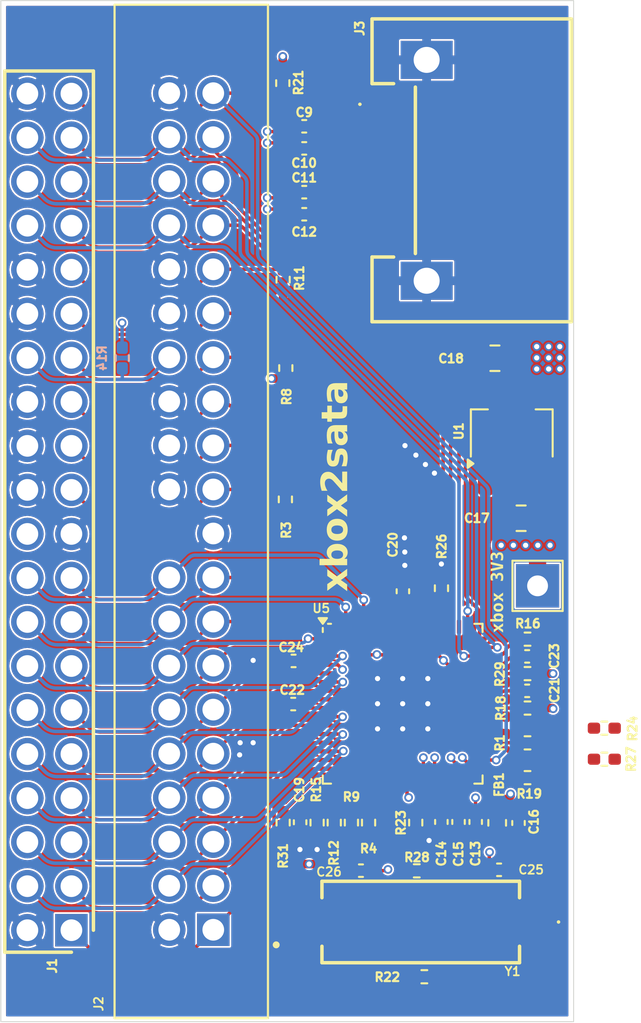
<source format=kicad_pcb>
(kicad_pcb (version 20240108) (generator "pcbnew") (generator_version "8.0")
  (title_block (title "xbox2sata") (rev "0.1"))
  (layers (0 "F.Cu" signal) (1 "In1.Cu" signal) (2 "In2.Cu" signal) (31 "B.Cu" signal) (34 "B.Paste" user) (35 "F.Paste" user) (36 "B.SilkS" user "B.Silkscreen") (37 "F.SilkS" user "F.Silkscreen") (38 "B.Mask" user) (39 "F.Mask" user) (44 "Edge.Cuts" user))
  (net 0 "")
  (net 1 "DD3")
  (net 2 "DD7")
  (net 3 "DD2")
  (net 4 "DD0")
  (net 5 "DD6")
  (net 6 "DD5")
  (net 7 "DD1")
  (net 8 "DD4")
  (net 9 "GND")
  (net 10 "PDIAG-")
  (net 11 "DD8")
  (net 12 "DD14")
  (net 13 "DD15")
  (net 14 "CSEL")
  (net 15 "DD11")
  (net 16 "Net-(C25-Pad1)")
  (net 17 "DIOR-")
  (net 18 "DIOW-")
  (net 19 "DA1")
  (net 20 "DD9")
  (net 21 "DD10")
  (net 22 "IORDY")
  (net 23 "DA2")
  (net 24 "DD12")
  (net 25 "DD13")
  (net 26 "DA0")
  (net 27 "INTRQ")
  (net 28 "DMARQ")
  (net 29 "DASP-")
  (net 30 "Net-(U5-ATAIOS)")
  (net 31 "Net-(U5-ISET)")
  (net 32 "DMACK-")
  (net 33 "CS0-")
  (net 34 "CS1-")
  (net 35 "RESET-")
  (net 36 "T2")
  (net 37 "Net-(U5-UAI)")
  (net 38 "Net-(J3-A+)")
  (net 39 "RX_P")
  (net 40 "XTLOUT")
  (net 41 "VSS")
  (net 42 "XTLIN")
  (net 43 "Net-(J3-A-)")
  (net 44 "Net-(J3-B-)")
  (net 45 "VAA")
  (net 46 "T8")
  (net 47 "LED-")
  (net 48 "CNFG1")
  (net 49 "T6")
  (net 50 "T3")
  (net 51 "CNFG2")
  (net 52 "TX_P")
  (net 53 "T7")
  (net 54 "CNFG0")
  (net 56 "Net-(J3-B+)")
  (net 57 "+3V3")
  (net 58 "+1V2")
  (net 59 "Net-(U5-T0)")
  (net 60 "Net-(U5-RST_N)")
  (net 61 "TX_N")
  (net 62 "RX_N")
  (footprint "Capacitor_SMD:C_0402_1005Metric_Pad0.74x0.62mm_HandSolder" (layer "F.Cu") (at 133.95 104.28 -90)
    (property "Reference" "C16")
    (property "Value" "10nF" (hide yes))
  )
  (footprint "Package_DFN_QFN:QFN-64-1EP_9x9mm_P0.5mm_EP3.4x3.4mm_ThermalVias" (layer "F.Cu") (at 127.2675 97.4)
    (property "Reference" "U5")
    (property "Value" "88SA8052 " (hide yes))
  )
  (footprint "Capacitor_SMD:C_0402_1005Metric_Pad0.74x0.62mm_HandSolder" (layer "F.Cu") (at 121.5875 69.165)
    (property "Reference" "C12")
    (property "Value" "10nF" (hide yes))
  )
  (footprint "Capacitor_SMD:C_0402_1005Metric_Pad0.74x0.62mm_HandSolder" (layer "F.Cu") (at 120.9725 94.93)
    (property "Reference" "C24")
    (property "Value" "100nF" (hide yes))
  )
  (footprint "Capacitor_SMD:C_0805_2012Metric" (layer "F.Cu") (at 132.59 77.47 180)
    (property "Reference" "C18")
    (property "Value" "10uF" (hide yes))
  )
  (footprint "Package_TO_SOT_SMD:SOT-89-3_Handsoldering" (layer "F.Cu") (at 133.56 81.78 90)
    (property "Reference" "U1")
    (property "Value" "1V2 voltage regulator" (hide yes))
  )
  (footprint "Capacitor_SMD:C_0402_1005Metric_Pad0.74x0.62mm_HandSolder" (layer "F.Cu") (at 134.45 96.65625)
    (property "Reference" "C21")
    (property "Value" "100nF" (hide yes))
  )
  (footprint "Resistor_SMD:R_0402_1005Metric_Pad0.72x0.64mm_HandSolder" (layer "F.Cu") (at 122.33 104.2575 -90)
    (property "Reference" "R15")
    (property "Value" "10K" (hide yes))
  )
  (footprint "xbox2sata:Crystal" (layer "F.Cu") (at 128.31 109.99125 180)
    (property "Reference" "Y1")
    (property "Value" "25MHz" (hide yes))
  )
  (footprint "Capacitor_SMD:C_0402_1005Metric_Pad0.74x0.62mm_HandSolder" (layer "F.Cu") (at 134.45 94.66875)
    (property "Reference" "C23")
    (property "Value" "100nF" (hide yes))
  )
  (footprint "Resistor_SMD:R_0402_1005Metric_Pad0.72x0.64mm_HandSolder" (layer "F.Cu") (at 124.31 104.2575 -90)
    (property "Reference" "R9")
    (property "Value" "10K" (hide yes))
  )
  (footprint "Resistor_SMD:R_0402_1005Metric_Pad0.72x0.64mm_HandSolder" (layer "F.Cu") (at 128.5175 113.14875 180)
    (property "Reference" "R22")
    (property "Value" "1M" (hide yes))
  )
  (footprint "Resistor_SMD:R_0402_1005Metric_Pad0.72x0.64mm_HandSolder" (layer "F.Cu") (at 134.47 101.665 180)
    (property "Reference" "R19")
    (property "Value" "4.7K" (hide yes))
  )
  (footprint "Capacitor_SMD:C_0402_1005Metric_Pad0.74x0.62mm_HandSolder" (layer "F.Cu") (at 121.5875 67.89)
    (property "Reference" "C11")
    (property "Value" "10nF" (hide yes))
  )
  (footprint "Resistor_SMD:R_0402_1005Metric_Pad0.72x0.64mm_HandSolder" (layer "F.Cu") (at 129.505 90.7375 -90)
    (property "Reference" "R26")
    (property "Value" "10K" (hide yes))
  )
  (footprint "xbox2sata:WURTH-ELEKTRONIK_61203921621" (layer "F.Cu") (at 115.07 86.31 90)
    (property "Reference" "J2")
    (property "Value" "61203921621" (hide yes))
  )
  (footprint "Resistor_SMD:R_0402_1005Metric_Pad0.72x0.64mm_HandSolder" (layer "F.Cu") (at 138.9 98.81 180)
    (property "Reference" "R24")
    (property "Value" "10K" (hide yes))
  )
  (footprint "Resistor_SMD:R_0402_1005Metric_Pad0.72x0.64mm_HandSolder" (layer "F.Cu") (at 120.37 104.2575 90)
    (property "Reference" "R31")
    (property "Value" "5.6K" (hide yes))
  )
  (footprint "Resistor_SMD:R_0402_1005Metric_Pad0.72x0.64mm_HandSolder" (layer "F.Cu") (at 134.47 93.675)
    (property "Reference" "R16")
    (property "Value" "100K" (hide yes))
  )
  (footprint "Capacitor_SMD:C_0402_1005Metric_Pad0.74x0.62mm_HandSolder" (layer "F.Cu") (at 124.86 107.03)
    (property "Reference" "C26")
    (property "Value" "16pF" (hide yes))
  )
  (footprint "Resistor_SMD:R_0402_1005Metric_Pad0.72x0.64mm_HandSolder" (layer "F.Cu") (at 120.525 78.0375 90)
    (property "Reference" "R8")
    (property "Value" "4.7K" (hide yes))
  )
  (footprint "Resistor_SMD:R_0402_1005Metric_Pad0.72x0.64mm_HandSolder" (layer "F.Cu") (at 134.47 99.6575)
    (property "Reference" "R1")
    (property "Value" "4.7K" (hide yes))
  )
  (footprint "Resistor_SMD:R_0402_1005Metric_Pad0.72x0.64mm_HandSolder" (layer "F.Cu") (at 134.47 97.65 180)
    (property "Reference" "R18")
    (property "Value" "10K" (hide yes))
  )
  (footprint "Resistor_SMD:R_0402_1005Metric_Pad0.72x0.64mm_HandSolder" (layer "F.Cu") (at 120.35 61.6 -90)
    (property "Reference" "R21")
    (property "Value" "10K" (hide yes))
  )
  (footprint "Capacitor_SMD:C_0805_2012Metric" (layer "F.Cu") (at 134.1 86.7)
    (property "Reference" "C17")
    (property "Value" "10uf" (hide yes))
  )
  (footprint "Inductor_SMD:L_0603_1608Metric" (layer "F.Cu") (at 132.72 104.27 -90)
    (property "Reference" "FB1")
    (property "Value" "120R" (hide yes))
  )
  (footprint "TestPoint:TestPoint_THTPad_2.5x2.5mm_Drill1.2mm" (layer "F.Cu") (at 135.05 90.6)
    (property "Reference" "TP2" (hide yes))
    (property "Value" "from xbox 3V3" (hide yes))
  )
  (footprint "Capacitor_SMD:C_0402_1005Metric_Pad0.74x0.62mm_HandSolder" (layer "F.Cu") (at 131.48 104.22 90)
    (property "Reference" "C13")
    (property "Value" "100nF" (hide yes))
  )
  (footprint "Resistor_SMD:R_0402_1005Metric_Pad0.72x0.64mm_HandSolder" (layer "F.Cu") (at 123.32 104.2575 -90)
    (property "Reference" "R12")
    (property "Value" "10K" (hide yes))
  )
  (footprint "Resistor_SMD:R_0402_1005Metric_Pad0.72x0.64mm_HandSolder" (layer "F.Cu") (at 128.02 104.2575 90)
    (property "Reference" "R23")
    (property "Value" "6.04K" (hide yes))
  )
  (footprint "Resistor_SMD:R_0402_1005Metric_Pad0.72x0.64mm_HandSolder" (layer "F.Cu") (at 120.37 72.9375 90)
    (property "Reference" "R11")
    (property "Value" "10K" (hide yes))
  )
  (footprint "Capacitor_SMD:C_0402_1005Metric_Pad0.74x0.62mm_HandSolder" (layer "F.Cu") (at 127.28 90.9125 90)
    (property "Reference" "C20")
    (property "Value" "100nF" (hide yes))
  )
  (footprint "Capacitor_SMD:C_0402_1005Metric_Pad0.74x0.62mm_HandSolder" (layer "F.Cu") (at 121.5875 64.09)
    (property "Reference" "C9")
    (property "Value" "10nF" (hide yes))
  )
  (footprint "Resistor_SMD:R_0402_1005Metric_Pad0.72x0.64mm_HandSolder" (layer "F.Cu") (at 134.47 95.6625)
    (property "Reference" "R29")
    (property "Value" "10K" (hide yes))
  )
  (footprint "Resistor_SMD:R_0402_1005Metric_Pad0.72x0.64mm_HandSolder" (layer "F.Cu") (at 120.5 85.6125 90)
    (property "Reference" "R3")
    (property "Value" "5.6K" (hide yes))
  )
  (footprint "Resistor_SMD:R_0402_1005Metric_Pad0.72x0.64mm_HandSolder" (layer "F.Cu") (at 128.08 107.04)
    (property "Reference" "R28")
    (property "Value" "100" (hide yes))
  )
  (footprint "Capacitor_SMD:C_0402_1005Metric_Pad0.74x0.62mm_HandSolder" (layer "F.Cu") (at 121.5875 65.365)
    (property "Reference" "C10")
    (property "Value" "10nF" (hide yes))
  )
  (footprint "xbox2sata:SATAAPLSMTK" (layer "F.Cu") (at 131.25 66.63 -90)
    (property "Reference" "J3")
    (property "Value" "SATA-A-PL-SMT-K" (hide yes))
  )
  (footprint "Capacitor_SMD:C_0402_1005Metric_Pad0.74x0.62mm_HandSolder" (layer "F.Cu") (at 132.83 106.98 180)
    (property "Reference" "C25")
    (property "Value" "16pF" (hide yes))
  )
  (footprint "Capacitor_SMD:C_0402_1005Metric_Pad0.74x0.62mm_HandSolder" (layer "F.Cu") (at 130.49 104.22 90)
    (property "Reference" "C15")
    (property "Value" "10nF" (hide yes))
  )
  (footprint "Resistor_SMD:R_0402_1005Metric_Pad0.72x0.64mm_HandSolder" (layer "F.Cu") (at 138.9025 100.6)
    (property "Reference" "R27")
    (property "Value" "4.7K" (hide yes))
  )
  (footprint "Capacitor_SMD:C_0402_1005Metric_Pad0.74x0.62mm_HandSolder" (layer "F.Cu") (at 120.9525 97.42)
    (property "Reference" "C22")
    (property "Value" "100nF" (hide yes))
  )
  (footprint "Resistor_SMD:R_0402_1005Metric_Pad0.72x0.64mm_HandSolder" (layer "F.Cu") (at 125.3 104.2575 90)
    (property "Reference" "R4")
    (property "Value" "10K" (hide yes))
  )
  (footprint "Capacitor_SMD:C_0402_1005Metric_Pad0.74x0.62mm_HandSolder" (layer "F.Cu") (at 121.35 104.2375 90)
    (property "Reference" "C19")
    (property "Value" "4.7uF" (hide yes))
  )
  (footprint "Capacitor_SMD:C_0402_1005Metric_Pad0.74x0.62mm_HandSolder" (layer "F.Cu") (at 129.5 104.22 90)
    (property "Reference" "C14")
    (property "Value" "100nF" (hide yes))
  )
  (footprint "xbox2sata:RHDR40W76P254_2X20_5080X508X826P" (layer "F.Cu") (at 107.115 87.605 90)
    (property "Reference" "J1")
    (property "Value" "929975-01-20-RK" (hide yes))
  )
  (footprint "Resistor_SMD:R_0402_1005Metric_Pad0.72x0.64mm_HandSolder" (layer "B.Cu") (at 111.09 77.46 -90)
    (property "Reference" "R14")
    (property "Value" "10K" (hide yes))
  )
  (gr_rect (start 104.085 56.84) (end 137.13 115.74) (stroke (width 0.05)) (fill none) (layer "Edge.Cuts"))
  (gr_text "xbox2sata" (at 124.32 90.94 90) (layer "F.SilkS") (effects (font (size 1.5 1.5) (thickness 0.25) (bold yes)) (justify left bottom)))
  (gr_text "xbox 3V3" (at 133.18 93.32 90) (layer "F.SilkS") (effects (font (size 0.7 0.7) (thickness 0.2) (bold yes)) (justify left bottom)))
  (segment (start 109.127107 98.737107) (end 108.155 97.765) (width 0.2) (layer "F.Cu") (net 1))
  (segment (start 114.635786 99.03) (end 109.834214 99.03) (width 0.2) (layer "F.Cu") (net 1))
  (segment (start 118.637107 95.65) (end 122.83 95.65) (width 0.2) (layer "F.Cu") (net 1))
  (segment (start 116.34 97.74) (end 118.283554 95.796446) (width 0.2) (layer "F.Cu") (net 1))
  (segment (start 116.34 97.74) (end 115.342893 98.737107) (width 0.2) (layer "F.Cu") (net 1))
  (arc (start 109.127107 98.737107) (mid 109.45153 98.95388) (end 109.834214 99.03) (width 0.2) (layer "F.Cu") (net 1))
  (arc (start 118.637107 95.65) (mid 118.445766 95.68806) (end 118.283554 95.796446) (width 0.2) (layer "F.Cu") (net 1))
  (arc (start 115.342893 98.737107) (mid 115.01847 98.95388) (end 114.635786 99.03) (width 0.2) (layer "F.Cu") (net 1))
  (segment (start 115.362893 108.877107) (end 116.34 107.9) (width 0.2) (layer "F.Cu") (net 2))
  (segment (start 116.34 107.89) (end 119.403554 104.826446) (width 0.2) (layer "F.Cu") (net 2))
  (segment (start 119.696447 103.038237) (end 121.938238 100.796446) (width 0.2) (layer "F.Cu") (net 2))
  (segment (start 108.155 107.925) (end 109.107107 108.877107) (width 0.2) (layer "F.Cu") (net 2))
  (segment (start 122.291791 100.65) (end 122.83 100.65) (width 0.2) (layer "F.Cu") (net 2))
  (segment (start 109.814214 109.17) (end 114.655786 109.17) (width 0.2) (layer "F.Cu") (net 2))
  (segment (start 119.55 104.472893) (end 119.55 103.391791) (width 0.2) (layer "F.Cu") (net 2))
  (arc (start 109.814214 109.17) (mid 109.431531 109.09388) (end 109.107107 108.877107) (width 0.2) (layer "F.Cu") (net 2))
  (arc (start 119.55 104.472893) (mid 119.51194 104.664234) (end 119.403554 104.826446) (width 0.2) (layer "F.Cu") (net 2))
  (arc (start 119.55 103.391791) (mid 119.58806 103.200449) (end 119.696447 103.038237) (width 0.2) (layer "F.Cu") (net 2))
  (arc (start 115.362893 108.877107) (mid 115.03847 109.09388) (end 114.655786 109.17) (width 0.2) (layer "F.Cu") (net 2))
  (arc (start 121.938238 100.796446) (mid 122.10045 100.68806) (end 122.291791 100.65) (width 0.2) (layer "F.Cu") (net 2))
  (segment (start 116.34 95.2) (end 117.243554 94.296446) (width 0.2) (layer "F.Cu") (net 3))
  (segment (start 108.155 95.225) (end 109.117107 96.187107) (width 0.2) (layer "F.Cu") (net 3))
  (segment (start 115.352893 96.187107) (end 116.34 95.2) (width 0.2) (layer "F.Cu") (net 3))
  (segment (start 117.597107 94.15) (end 122.83 94.15) (width 0.2) (layer "F.Cu") (net 3))
  (segment (start 109.824214 96.48) (end 114.645786 96.48) (width 0.2) (layer "F.Cu") (net 3))
  (arc (start 117.243554 94.296446) (mid 117.405766 94.18806) (end 117.597107 94.15) (width 0.2) (layer "F.Cu") (net 3))
  (arc (start 109.117107 96.187107) (mid 109.44153 96.40388) (end 109.824214 96.48) (width 0.2) (layer "F.Cu") (net 3))
  (arc (start 114.645786 96.48) (mid 115.028469 96.40388) (end 115.352893 96.187107) (width 0.2) (layer "F.Cu") (net 3))
  (segment (start 116.34 90.12) (end 122.78 90.12) (width 0.2) (layer "F.Cu") (net 4))
  (segment (start 124.5175 91.8575) (end 124.5175 92.9625) (width 0.2) (layer "F.Cu") (net 4))
  (segment (start 115.372893 91.087107) (end 116.34 90.12) (width 0.2) (layer "F.Cu") (net 4))
  (segment (start 109.804214 91.38) (end 114.665786 91.38) (width 0.2) (layer "F.Cu") (net 4))
  (segment (start 123.133554 90.266447) (end 124.371054 91.503947) (width 0.2) (layer "F.Cu") (net 4))
  (segment (start 108.155 90.145) (end 109.097107 91.087107) (width 0.2) (layer "F.Cu") (net 4))
  (arc (start 115.372893 91.087107) (mid 115.04847 91.30388) (end 114.665786 91.38) (width 0.2) (layer "F.Cu") (net 4))
  (arc (start 109.097107 91.087107) (mid 109.42153 91.30388) (end 109.804214 91.38) (width 0.2) (layer "F.Cu") (net 4))
  (arc (start 124.371054 91.503947) (mid 124.47944 91.666159) (end 124.5175 91.8575) (width 0.2) (layer "F.Cu") (net 4))
  (arc (start 123.133554 90.266447) (mid 122.971342 90.15806) (end 122.78 90.12) (width 0.2) (layer "F.Cu") (net 4))
  (segment (start 108.155 105.385) (end 109.087107 106.317107) (width 0.2) (layer "F.Cu") (net 5))
  (segment (start 116.34 105.35) (end 121.893554 99.796446) (width 0.2) (layer "F.Cu") (net 5))
  (segment (start 109.794214 106.61) (end 114.675786 106.61) (width 0.2) (layer "F.Cu") (net 5))
  (segment (start 122.247107 99.65) (end 122.83 99.65) (width 0.2) (layer "F.Cu") (net 5))
  (segment (start 115.382893 106.317107) (end 116.34 105.36) (width 0.2) (layer "F.Cu") (net 5))
  (arc (start 115.382893 106.317107) (mid 115.05847 106.53388) (end 114.675786 106.61) (width 0.2) (layer "F.Cu") (net 5))
  (arc (start 122.247107 99.65) (mid 122.055766 99.68806) (end 121.893554 99.796446) (width 0.2) (layer "F.Cu") (net 5))
  (arc (start 109.087107 106.317107) (mid 109.41153 106.53388) (end 109.794214 106.61) (width 0.2) (layer "F.Cu") (net 5))
  (segment (start 116.36 102.82) (end 120.383554 98.796446) (width 0.2) (layer "F.Cu") (net 6))
  (segment (start 115.362893 103.797107) (end 116.34 102.82) (width 0.2) (layer "F.Cu") (net 6))
  (segment (start 108.155 102.845) (end 109.107107 103.797107) (width 0.2) (layer "F.Cu") (net 6))
  (segment (start 109.814214 104.09) (end 114.655786 104.09) (width 0.2) (layer "F.Cu") (net 6))
  (segment (start 120.737107 98.65) (end 122.83 98.65) (width 0.2) (layer "F.Cu") (net 6))
  (arc (start 120.383554 98.796446) (mid 120.545766 98.68806) (end 120.737107 98.65) (width 0.2) (layer "F.Cu") (net 6))
  (arc (start 115.362893 103.797107) (mid 115.03847 104.01388) (end 114.655786 104.09) (width 0.2) (layer "F.Cu") (net 6))
  (arc (start 109.107107 103.797107) (mid 109.43153 104.01388) (end 109.814214 104.09) (width 0.2) (layer "F.Cu") (net 6))
  (segment (start 115.362893 93.637107) (end 116.34 92.66) (width 0.2) (layer "F.Cu") (net 7))
  (segment (start 109.814214 93.93) (end 114.655786 93.93) (width 0.2) (layer "F.Cu") (net 7))
  (segment (start 116.34 92.66) (end 123.007893 92.66) (width 0.2) (layer "F.Cu") (net 7))
  (segment (start 123.361447 92.806447) (end 123.5175 92.9625) (width 0.2) (layer "F.Cu") (net 7))
  (segment (start 108.155 92.685) (end 109.107107 93.637107) (width 0.2) (layer "F.Cu") (net 7))
  (arc (start 114.655786 93.93) (mid 115.038469 93.85388) (end 115.362893 93.637107) (width 0.2) (layer "F.Cu") (net 7))
  (arc (start 109.107107 93.637107) (mid 109.43153 93.85388) (end 109.814214 93.93) (width 0.2) (layer "F.Cu") (net 7))
  (arc (start 123.361447 92.806447) (mid 123.199235 92.69806) (end 123.007893 92.66) (width 0.2) (layer "F.Cu") (net 7))
  (segment (start 109.824214 101.56) (end 114.645786 101.56) (width 0.2) (layer "F.Cu") (net 8))
  (segment (start 115.352893 101.267107) (end 116.34 100.28) (width 0.2) (layer "F.Cu") (net 8))
  (segment (start 108.155 100.305) (end 109.117107 101.267107) (width 0.2) (layer "F.Cu") (net 8))
  (segment (start 116.34 100.28) (end 119.823554 96.796446) (width 0.2) (layer "F.Cu") (net 8))
  (segment (start 120.177107 96.65) (end 122.83 96.65) (width 0.2) (layer "F.Cu") (net 8))
  (arc (start 119.823554 96.796446) (mid 119.985766 96.68806) (end 120.177107 96.65) (width 0.2) (layer "F.Cu") (net 8))
  (arc (start 114.645786 101.56) (mid 115.028469 101.48388) (end 115.352893 101.267107) (width 0.2) (layer "F.Cu") (net 8))
  (arc (start 109.117107 101.267107) (mid 109.44153 101.48388) (end 109.824214 101.56) (width 0.2) (layer "F.Cu") (net 8))
  (via (at 129.5 89.34) (size 0.5) (drill 0.3) (layers "F.Cu" "B.Cu") (net 9))
  (via (at 118.64 99.65) (size 0.5) (drill 0.3) (layers "F.Cu" "B.Cu") (net 9))
  (via (at 117.86 100.35) (size 0.5) (drill 0.3) (layers "F.Cu" "B.Cu") (net 9))
  (via (at 121.34 105.81) (size 0.5) (drill 0.3) (layers "F.Cu" "B.Cu") (net 9))
  (via (at 128.58 83.6) (size 0.5) (drill 0.3) (layers "F.Cu" "B.Cu") (net 9))
  (via (at 122.33 105.81) (size 0.5) (drill 0.3) (layers "F.Cu" "B.Cu") (net 9))
  (via (at 117.89 99.65) (size 0.5) (drill 0.3) (layers "F.Cu" "B.Cu") (net 9))
  (via (at 129.1 84.1) (size 0.5) (drill 0.3) (layers "F.Cu" "B.Cu") (net 9))
  (via (at 127.4 82.51) (size 0.5) (drill 0.3) (layers "F.Cu" "B.Cu") (net 9))
  (via (at 118.64 94.9) (size 0.5) (drill 0.3) (layers "F.Cu" "B.Cu") (net 9))
  (via (at 127.39 89.42) (size 0.5) (drill 0.3) (layers "F.Cu" "B.Cu") (net 9))
  (via (at 128.79 105.29) (size 0.5) (drill 0.3) (layers "F.Cu" "B.Cu") (net 9))
  (via (at 128.03 83.06) (size 0.5) (drill 0.3) (layers "F.Cu" "B.Cu") (net 9))
  (via (at 127.37 87.83) (size 0.5) (drill 0.3) (layers "F.Cu" "B.Cu") (net 9))
  (via (at 127.39 88.65) (size 0.5) (drill 0.3) (layers "F.Cu" "B.Cu") (net 9))
  (segment (start 131.705 94.65) (end 132.73 94.65) (width 0.2) (layer "F.Cu") (net 10))
  (segment (start 133.23 94.357107) (end 133.23 94.24) (width 0.2) (layer "F.Cu") (net 10))
  (segment (start 133.795 93.675) (end 133.8725 93.675) (width 0.2) (layer "F.Cu") (net 10))
  (segment (start 130.79 94.65) (end 131.705 94.65) (width 0.2) (layer "F.Cu") (net 10))
  (segment (start 133.083554 94.503553) (end 133.23 94.357107) (width 0.2) (layer "F.Cu") (net 10))
  (segment (start 133.23 94.24) (end 133.795 93.675) (width 0.2) (layer "F.Cu") (net 10))
  (via (at 130.79 94.65) (size 0.5) (drill 0.3) (layers "F.Cu" "B.Cu") (net 10))
  (arc (start 133.083554 94.503553) (mid 132.921342 94.61194) (end 132.73 94.65) (width 0.2) (layer "F.Cu") (net 10))
  (segment (start 115.247107 71.04) (end 116.818629 71.04) (width 0.2) (layer "B.Cu") (net 10))
  (segment (start 105.615 69.825) (end 106.597107 70.807107) (width 0.2) (layer "B.Cu") (net 10))
  (segment (start 112.792893 70.807107) (end 113.8 69.8) (width 0.2) (layer "B.Cu") (net 10))
  (segment (start 113.8 69.8) (end 114.893554 70.893554) (width 0.2) (layer "B.Cu") (net 10))
  (segment (start 130.663947 94.523947) (end 130.79 94.65) (width 0.2) (layer "B.Cu") (net 10))
  (segment (start 107.304214 71.1) (end 112.085786 71.1) (width 0.2) (layer "B.Cu") (net 10))
  (segment (start 117.172183 71.186447) (end 130.371054 84.385318) (width 0.2) (layer "B.Cu") (net 10))
  (segment (start 130.5175 84.738871) (end 130.5175 94.170393) (width 0.2) (layer "B.Cu") (net 10))
  (arc (start 130.371054 84.385318) (mid 130.47944 84.54753) (end 130.5175 84.738871) (width 0.2) (layer "B.Cu") (net 10))
  (arc (start 130.663947 94.523947) (mid 130.55556 94.361735) (end 130.5175 94.170393) (width 0.2) (layer "B.Cu") (net 10))
  (arc (start 115.247107 71.04) (mid 115.055766 71.00194) (end 114.893554 70.893554) (width 0.2) (layer "B.Cu") (net 10))
  (arc (start 112.085786 71.1) (mid 112.468469 71.02388) (end 112.792893 70.807107) (width 0.2) (layer "B.Cu") (net 10))
  (arc (start 107.304214 71.1) (mid 106.921531 71.02388) (end 106.597107 70.807107) (width 0.2) (layer "B.Cu") (net 10))
  (arc (start 117.172183 71.186447) (mid 117.009971 71.07806) (end 116.818629 71.04) (width 0.2) (layer "B.Cu") (net 10))
  (segment (start 122.83 100.15) (end 123.82 100.15) (width 0.2) (layer "F.Cu") (net 11))
  (segment (start 123.82 100.15) (end 123.84 100.13) (width 0.2) (layer "F.Cu") (net 11))
  (via (at 123.84 100.13) (size 0.5) (drill 0.3) (layers "F.Cu" "B.Cu") (net 11))
  (segment (start 117.476447 106.493553) (end 123.84 100.13) (width 0.2) (layer "B.Cu") (net 11))
  (segment (start 112.792893 108.907107) (end 113.8 107.9) (width 0.2) (layer "B.Cu") (net 11))
  (segment (start 105.615 107.925) (end 106.597107 108.907107) (width 0.2) (layer "B.Cu") (net 11))
  (segment (start 115.267107 106.64) (end 117.122893 106.64) (width 0.2) (layer "B.Cu") (net 11))
  (segment (start 113.8 107.9) (end 114.913554 106.786446) (width 0.2) (layer "B.Cu") (net 11))
  (segment (start 107.304214 109.2) (end 112.085786 109.2) (width 0.2) (layer "B.Cu") (net 11))
  (arc (start 107.304214 109.2) (mid 106.921531 109.12388) (end 106.597107 108.907107) (width 0.2) (layer "B.Cu") (net 11))
  (arc (start 114.913554 106.786446) (mid 115.075766 106.67806) (end 115.267107 106.64) (width 0.2) (layer "B.Cu") (net 11))
  (arc (start 117.476447 106.493553) (mid 117.314235 106.60194) (end 117.122893 106.64) (width 0.2) (layer "B.Cu") (net 11))
  (arc (start 112.792893 108.907107) (mid 112.46847 109.12388) (end 112.085786 109.2) (width 0.2) (layer "B.Cu") (net 11))
  (segment (start 123.98 92.925) (end 124.0175 92.9625) (width 0.2) (layer "F.Cu") (net 12))
  (segment (start 123.98 91.82) (end 123.98 92.925) (width 0.2) (layer "F.Cu") (net 12))
  (via (at 123.98 91.82) (size 0.5) (drill 0.3) (layers "F.Cu" "B.Cu") (net 12))
  (segment (start 112.752893 93.707107) (end 113.8 92.66) (width 0.2) (layer "B.Cu") (net 12))
  (segment (start 105.615 92.685) (end 106.637107 93.707107) (width 0.2) (layer "B.Cu") (net 12))
  (segment (start 113.8 92.66) (end 114.943554 91.516446) (width 0.2) (layer "B.Cu") (net 12))
  (segment (start 115.297107 91.37) (end 123.322893 91.37) (width 0.2) (layer "B.Cu") (net 12))
  (segment (start 123.676447 91.516447) (end 123.98 91.82) (width 0.2) (layer "B.Cu") (net 12))
  (segment (start 107.344214 94) (end 112.045786 94) (width 0.2) (layer "B.Cu") (net 12))
  (arc (start 112.045786 94) (mid 112.428469 93.92388) (end 112.752893 93.707107) (width 0.2) (layer "B.Cu") (net 12))
  (arc (start 123.676447 91.516447) (mid 123.514235 91.40806) (end 123.322893 91.37) (width 0.2) (layer "B.Cu") (net 12))
  (arc (start 115.297107 91.37) (mid 115.105766 91.40806) (end 114.943554 91.516446) (width 0.2) (layer "B.Cu") (net 12))
  (arc (start 106.637107 93.707107) (mid 106.96153 93.92388) (end 107.344214 94) (width 0.2) (layer "B.Cu") (net 12))
  (segment (start 125.0175 91.4125) (end 125.0175 92.9625) (width 0.2) (layer "F.Cu") (net 13))
  (segment (start 125.02 91.41) (end 125.0175 91.4125) (width 0.2) (layer "F.Cu") (net 13))
  (via (at 125.02 91.41) (size 0.5) (drill 0.3) (layers "F.Cu" "B.Cu") (net 13))
  (segment (start 112.812893 91.107107) (end 113.8 90.12) (width 0.2) (layer "B.Cu") (net 13))
  (segment (start 105.615 90.145) (end 106.577107 91.107107) (width 0.2) (layer "B.Cu") (net 13))
  (segment (start 107.284214 91.4) (end 112.105786 91.4) (width 0.2) (layer "B.Cu") (net 13))
  (segment (start 122.586447 88.976447) (end 125.02 91.41) (width 0.2) (layer "B.Cu") (net 13))
  (segment (start 113.8 90.12) (end 114.943554 88.976446) (width 0.2) (layer "B.Cu") (net 13))
  (segment (start 115.297107 88.83) (end 122.232893 88.83) (width 0.2) (layer "B.Cu") (net 13))
  (arc (start 122.232893 88.83) (mid 122.424235 88.86806) (end 122.586447 88.976447) (width 0.2) (layer "B.Cu") (net 13))
  (arc (start 112.105786 91.4) (mid 112.488469 91.32388) (end 112.812893 91.107107) (width 0.2) (layer "B.Cu") (net 13))
  (arc (start 107.284214 91.4) (mid 106.901531 91.32388) (end 106.577107 91.107107) (width 0.2) (layer "B.Cu") (net 13))
  (arc (start 115.297107 88.83) (mid 115.105766 88.86806) (end 114.943554 88.976446) (width 0.2) (layer "B.Cu") (net 13))
  (segment (start 111.09 78.7) (end 112.105786 78.7) (width 0.2) (layer "B.Cu") (net 14))
  (segment (start 111.09 78.0575) (end 111.09 78.7) (width 0.2) (layer "B.Cu") (net 14))
  (segment (start 107.284214 78.7) (end 111.09 78.7) (width 0.2) (layer "B.Cu") (net 14))
  (segment (start 112.812893 78.407107) (end 113.8 77.42) (width 0.2) (layer "B.Cu") (net 14))
  (segment (start 105.615 77.445) (end 106.577107 78.407107) (width 0.2) (layer "B.Cu") (net 14))
  (arc (start 112.105786 78.7) (mid 112.488469 78.62388) (end 112.812893 78.407107) (width 0.2) (layer "B.Cu") (net 14))
  (arc (start 106.577107 78.407107) (mid 106.90153 78.62388) (end 107.284214 78.7) (width 0.2) (layer "B.Cu") (net 14))
  (segment (start 123.81 96.15) (end 122.83 96.15) (width 0.2) (layer "F.Cu") (net 15))
  (via (at 123.81 96.15) (size 0.5) (drill 0.3) (layers "F.Cu" "B.Cu") (net 15))
  (segment (start 107.324214 101.6) (end 112.065786 101.6) (width 0.2) (layer "B.Cu") (net 15))
  (segment (start 112.772893 101.307107) (end 113.8 100.28) (width 0.2) (layer "B.Cu") (net 15))
  (segment (start 115.227107 99.06) (end 120.692893 99.06) (width 0.2) (layer "B.Cu") (net 15))
  (segment (start 121.046447 98.913553) (end 123.81 96.15) (width 0.2) (layer "B.Cu") (net 15))
  (segment (start 105.615 100.305) (end 106.617107 101.307107) (width 0.2) (layer "B.Cu") (net 15))
  (segment (start 113.8 100.28) (end 114.873554 99.206446) (width 0.2) (layer "B.Cu") (net 15))
  (arc (start 121.046447 98.913553) (mid 120.884235 99.02194) (end 120.692893 99.06) (width 0.2) (layer "B.Cu") (net 15))
  (arc (start 112.065786 101.6) (mid 112.448469 101.52388) (end 112.772893 101.307107) (width 0.2) (layer "B.Cu") (net 15))
  (arc (start 115.227107 99.06) (mid 115.035766 99.09806) (end 114.873554 99.206446) (width 0.2) (layer "B.Cu") (net 15))
  (arc (start 106.617107 101.307107) (mid 106.94153 101.52388) (end 107.324214 101.6) (width 0.2) (layer "B.Cu") (net 15))
  (segment (start 133.05 107.534607) (end 133.05 109.98125) (width 0.2) (layer "F.Cu") (net 16))
  (segment (start 130.195393 112.855857) (end 133.06 109.99125) (width 0.2) (layer "F.Cu") (net 16))
  (segment (start 130.225197 107.156447) (end 133.06 109.99125) (width 0.2) (layer "F.Cu") (net 16))
  (segment (start 129.115 113.14875) (end 129.488286 113.14875) (width 0.2) (layer "F.Cu") (net 16))
  (segment (start 133.3975 106.98) (end 133.196446 107.181054) (width 0.2) (layer "F.Cu") (net 16))
  (segment (start 128.6775 107.04) (end 128.7075 107.01) (width 0.2) (layer "F.Cu") (net 16))
  (segment (start 128.7075 107.01) (end 129.871643 107.01) (width 0.2) (layer "F.Cu") (net 16))
  (arc (start 129.871643 107.01) (mid 130.062985 107.04806) (end 130.225197 107.156447) (width 0.2) (layer "F.Cu") (net 16))
  (arc (start 133.196446 107.181054) (mid 133.08806 107.343266) (end 133.05 107.534607) (width 0.2) (layer "F.Cu") (net 16))
  (arc (start 129.488286 113.14875) (mid 129.870969 113.07263) (end 130.195393 112.855857) (width 0.2) (layer "F.Cu") (net 16))
  (segment (start 109.814214 81.23) (end 114.655786 81.23) (width 0.2) (layer "F.Cu") (net 17))
  (segment (start 115.362893 80.937107) (end 116.34 79.96) (width 0.2) (layer "F.Cu") (net 17))
  (segment (start 116.34 79.96) (end 116.653461 79.96) (width 0.2) (layer "F.Cu") (net 17))
  (segment (start 121.698699 85.266465) (end 126.224607 89.792373) (width 0.2) (layer "F.Cu") (net 17))
  (segment (start 117.360568 80.252893) (end 121.221104 84.113429) (width 0.2) (layer "F.Cu") (net 17))
  (segment (start 108.155 79.985) (end 109.107107 80.937107) (width 0.2) (layer "F.Cu") (net 17))
  (segment (start 126.5175 90.49948) (end 126.5175 92.9625) (width 0.2) (layer "F.Cu") (net 17))
  (arc (start 117.360568 80.252893) (mid 117.036145 80.03612) (end 116.653461 79.96) (width 0.2) (layer "F.Cu") (net 17))
  (arc (start 115.362893 80.937107) (mid 115.03847 81.15388) (end 114.655786 81.23) (width 0.2) (layer "F.Cu") (net 17))
  (arc (start 126.5175 90.49948) (mid 126.44138 90.116797) (end 126.224607 89.792373) (width 0.2) (layer "F.Cu") (net 17))
  (arc (start 121.51 84.810884) (mid 121.559041 85.057452) (end 121.698699 85.266465) (width 0.2) (layer "F.Cu") (net 17))
  (arc (start 121.221104 84.113429) (mid 121.434918 84.433424) (end 121.51 84.810884) (width 0.2) (layer "F.Cu") (net 17))
  (arc (start 109.107107 80.937107) (mid 109.43153 81.15388) (end 109.814214 81.23) (width 0.2) (layer "F.Cu") (net 17))
  (segment (start 116.34 82.5) (end 118.765786 82.5) (width 0.2) (layer "F.Cu") (net 18))
  (segment (start 119.472893 82.792893) (end 121.013554 84.333554) (width 0.2) (layer "F.Cu") (net 18))
  (segment (start 121.16 84.687107) (end 121.16 84.836522) (width 0.2) (layer "F.Cu") (net 18))
  (segment (start 121.452893 85.543629) (end 125.724607 89.815343) (width 0.2) (layer "F.Cu") (net 18))
  (segment (start 109.804214 83.76) (end 114.665786 83.76) (width 0.2) (layer "F.Cu") (net 18))
  (segment (start 115.372893 83.467107) (end 116.34 82.5) (width 0.2) (layer "F.Cu") (net 18))
  (segment (start 126.0175 90.52245) (end 126.0175 92.9625) (width 0.2) (layer "F.Cu") (net 18))
  (segment (start 108.155 82.525) (end 109.097107 83.467107) (width 0.2) (layer "F.Cu") (net 18))
  (arc (start 125.724607 89.815343) (mid 125.94138 90.139766) (end 126.0175 90.52245) (width 0.2) (layer "F.Cu") (net 18))
  (arc (start 114.665786 83.76) (mid 115.048469 83.68388) (end 115.372893 83.467107) (width 0.2) (layer "F.Cu") (net 18))
  (arc (start 109.804214 83.76) (mid 109.421531 83.68388) (end 109.097107 83.467107) (width 0.2) (layer "F.Cu") (net 18))
  (arc (start 118.765786 82.5) (mid 119.148469 82.57612) (end 119.472893 82.792893) (width 0.2) (layer "F.Cu") (net 18))
  (arc (start 121.16 84.687107) (mid 121.12194 84.495766) (end 121.013554 84.333554) (width 0.2) (layer "F.Cu") (net 18))
  (arc (start 121.452893 85.543629) (mid 121.23612 85.219206) (end 121.16 84.836522) (width 0.2) (layer "F.Cu") (net 18))
  (segment (start 116.34 69.8) (end 117.712893 69.8) (width 0.2) (layer "F.Cu") (net 19))
  (segment (start 120.837919 71.646447) (end 129.950487 80.759015) (width 0.2) (layer "F.Cu") (net 19))
  (segment (start 119.827107 71.5) (end 120.484365 71.5) (width 0.2) (layer "F.Cu") (net 19))
  (segment (start 108.155 69.825) (end 109.097107 70.767107) (width 0.2) (layer "F.Cu") (net 19))
  (segment (start 115.372893 70.767107) (end 116.34 69.8) (width 0.2) (layer "F.Cu") (net 19))
  (segment (start 109.804214 71.06) (end 114.665786 71.06) (width 0.2) (layer "F.Cu") (net 19))
  (segment (start 118.066447 69.946447) (end 119.473554 71.353554) (width 0.2) (layer "F.Cu") (net 19))
  (segment (start 130.03 80.950976) (end 130.03 92.95) (width 0.2) (layer "F.Cu") (net 19))
  (arc (start 120.484365 71.5) (mid 120.675707 71.53806) (end 120.837919 71.646447) (width 0.2) (layer "F.Cu") (net 19))
  (arc (start 119.827107 71.5) (mid 119.635766 71.46194) (end 119.473554 71.353554) (width 0.2) (layer "F.Cu") (net 19))
  (arc (start 117.712893 69.8) (mid 117.904235 69.83806) (end 118.066447 69.946447) (width 0.2) (layer "F.Cu") (net 19))
  (arc (start 109.804214 71.06) (mid 109.421531 70.98388) (end 109.097107 70.767107) (width 0.2) (layer "F.Cu") (net 19))
  (arc (start 114.665786 71.06) (mid 115.048469 70.98388) (end 115.372893 70.767107) (width 0.2) (layer "F.Cu") (net 19))
  (arc (start 129.950487 80.759015) (mid 130.009335 80.847087) (end 130.03 80.950976) (width 0.2) (layer "F.Cu") (net 19))
  (segment (start 123.788369 99.15) (end 123.81 99.171631) (width 0.2) (layer "F.Cu") (net 20))
  (segment (start 122.83 99.15) (end 123.788369 99.15) (width 0.2) (layer "F.Cu") (net 20))
  (via (at 123.81 99.171631) (size 0.5) (drill 0.3) (layers "F.Cu" "B.Cu") (net 20))
  (segment (start 107.244214 106.6) (end 112.145786 106.6) (width 0.2) (layer "B.Cu") (net 20))
  (segment (start 119.038078 103.943553) (end 123.81 99.171631) (width 0.2) (layer "B.Cu") (net 20))
  (segment (start 115.277107 104.09) (end 118.684524 104.09) (width 0.2) (layer "B.Cu") (net 20))
  (segment (start 112.852893 106.307107) (end 113.8 105.36) (width 0.2) (layer "B.Cu") (net 20))
  (segment (start 105.615 105.385) (end 106.537107 106.307107) (width 0.2) (layer "B.Cu") (net 20))
  (segment (start 113.8 105.36) (end 114.923554 104.236446) (width 0.2) (layer "B.Cu") (net 20))
  (arc (start 114.923554 104.236446) (mid 115.085766 104.12806) (end 115.277107 104.09) (width 0.2) (layer "B.Cu") (net 20))
  (arc (start 119.038078 103.943553) (mid 118.875866 104.05194) (end 118.684524 104.09) (width 0.2) (layer "B.Cu") (net 20))
  (arc (start 106.537107 106.307107) (mid 106.86153 106.52388) (end 107.244214 106.6) (width 0.2) (layer "B.Cu") (net 20))
  (arc (start 112.852893 106.307107) (mid 112.52847 106.52388) (end 112.145786 106.6) (width 0.2) (layer "B.Cu") (net 20))
  (segment (start 123.8 98.16) (end 123.79 98.15) (width 0.2) (layer "F.Cu") (net 21))
  (segment (start 123.79 98.15) (end 122.83 98.15) (width 0.2) (layer "F.Cu") (net 21))
  (via (at 123.8 98.16) (size 0.5) (drill 0.3) (layers "F.Cu" "B.Cu") (net 21))
  (segment (start 112.812893 103.807107) (end 113.8 102.82) (width 0.2) (layer "B.Cu") (net 21))
  (segment (start 105.615 102.845) (end 106.577107 103.807107) (width 0.2) (layer "B.Cu") (net 21))
  (segment (start 115.307107 101.52) (end 120.232893 101.52) (width 0.2) (layer "B.Cu") (net 21))
  (segment (start 113.8 102.82) (end 114.953554 101.666446) (width 0.2) (layer "B.Cu") (net 21))
  (segment (start 120.586447 101.373553) (end 123.8 98.16) (width 0.2) (layer "B.Cu") (net 21))
  (segment (start 107.284214 104.1) (end 112.105786 104.1) (width 0.2) (layer "B.Cu") (net 21))
  (arc (start 106.577107 103.807107) (mid 106.90153 104.02388) (end 107.284214 104.1) (width 0.2) (layer "B.Cu") (net 21))
  (arc (start 112.105786 104.1) (mid 112.488469 104.02388) (end 112.812893 103.807107) (width 0.2) (layer "B.Cu") (net 21))
  (arc (start 114.953554 101.666446) (mid 115.115766 101.55806) (end 115.307107 101.52) (width 0.2) (layer "B.Cu") (net 21))
  (arc (start 120.232893 101.52) (mid 120.424235 101.48194) (end 120.586447 101.373553) (width 0.2) (layer "B.Cu") (net 21))
  (segment (start 109.814214 78.69) (end 114.655786 78.69) (width 0.2) (layer "F.Cu") (net 22))
  (segment (start 116.34 77.42) (end 120.505 77.42) (width 0.2) (layer "F.Cu") (net 22))
  (segment (start 108.155 77.445) (end 109.107107 78.397107) (width 0.2) (layer "F.Cu") (net 22))
  (segment (start 128.0175 85.139607) (end 128.0175 92.9625) (width 0.2) (layer "F.Cu") (net 22))
  (segment (start 115.362893 78.397107) (end 116.34 77.42) (width 0.2) (layer "F.Cu") (net 22))
  (segment (start 120.525 77.44) (end 127.871054 84.786054) (width 0.2) (layer "F.Cu") (net 22))
  (arc (start 114.655786 78.69) (mid 115.038469 78.61388) (end 115.362893 78.397107) (width 0.2) (layer "F.Cu") (net 22))
  (arc (start 127.871054 84.786054) (mid 127.97944 84.948266) (end 128.0175 85.139607) (width 0.2) (layer "F.Cu") (net 22))
  (arc (start 109.814214 78.69) (mid 109.431531 78.61388) (end 109.107107 78.397107) (width 0.2) (layer "F.Cu") (net 22))
  (segment (start 131.0175 92.05) (end 131.0175 92.9625) (width 0.2) (layer "F.Cu") (net 23))
  (via (at 131.0175 92.05) (size 0.5) (drill 0.3) (layers "F.Cu" "B.Cu") (net 23))
  (segment (start 117.89 69.457107) (end 117.89 71.272893) (width 0.2) (layer "B.Cu") (net 23))
  (segment (start 107.304214 68.56) (end 112.085786 68.56) (width 0.2) (layer "B.Cu") (net 23))
  (segment (start 118.036447 71.626447) (end 130.871054 84.461054) (width 0.2) (layer "B.Cu") (net 23))
  (segment (start 115.287107 68.54) (end 116.972893 68.54) (width 0.2) (layer "B.Cu") (net 23))
  (segment (start 113.8 67.26) (end 114.933554 68.393554) (width 0.2) (layer "B.Cu") (net 23))
  (segment (start 131.0175 84.814607) (end 131.0175 92.05) (width 0.2) (layer "B.Cu") (net 23))
  (segment (start 112.792893 68.267107) (end 113.8 67.26) (width 0.2) (layer "B.Cu") (net 23))
  (segment (start 117.326447 68.686447) (end 117.743554 69.103554) (width 0.2) (layer "B.Cu") (net 23))
  (segment (start 105.615 67.285) (end 106.597107 68.267107) (width 0.2) (layer "B.Cu") (net 23))
  (arc (start 107.304214 68.56) (mid 106.921531 68.48388) (end 106.597107 68.267107) (width 0.2) (layer "B.Cu") (net 23))
  (arc (start 114.933554 68.393554) (mid 115.095766 68.50194) (end 115.287107 68.54) (width 0.2) (layer "B.Cu") (net 23))
  (arc (start 118.036447 71.626447) (mid 117.92806 71.464235) (end 117.89 71.272893) (width 0.2) (layer "B.Cu") (net 23))
  (arc (start 117.743554 69.103554) (mid 117.85194 69.265766) (end 117.89 69.457107) (width 0.2) (layer "B.Cu") (net 23))
  (arc (start 112.792893 68.267107) (mid 112.46847 68.48388) (end 112.085786 68.56) (width 0.2) (layer "B.Cu") (net 23))
  (arc (start 130.871054 84.461054) (mid 130.97944 84.623266) (end 131.0175 84.814607) (width 0.2) (layer "B.Cu") (net 23))
  (arc (start 117.326447 68.686447) (mid 117.164235 68.57806) (end 116.972893 68.54) (width 0.2) (layer "B.Cu") (net 23))
  (segment (start 123.8 94.65) (end 122.83 94.65) (width 0.2) (layer "F.Cu") (net 24))
  (via (at 123.8 94.65) (size 0.5) (drill 0.3) (layers "F.Cu" "B.Cu") (net 24))
  (segment (start 115.277107 96.47) (end 121.772893 96.47) (width 0.2) (layer "B.Cu") (net 24))
  (segment (start 107.264214 99) (end 112.125786 99) (width 0.2) (layer "B.Cu") (net 24))
  (segment (start 113.8 97.74) (end 114.923554 96.616446) (width 0.2) (layer "B.Cu") (net 24))
  (segment (start 112.832893 98.707107) (end 113.8 97.74) (width 0.2) (layer "B.Cu") (net 24))
  (segment (start 105.615 97.765) (end 106.557107 98.707107) (width 0.2) (layer "B.Cu") (net 24))
  (segment (start 122.126447 96.323553) (end 123.8 94.65) (width 0.2) (layer "B.Cu") (net 24))
  (arc (start 107.264214 99) (mid 106.881531 98.92388) (end 106.557107 98.707107) (width 0.2) (layer "B.Cu") (net 24))
  (arc (start 121.772893 96.47) (mid 121.964235 96.43194) (end 122.126447 96.323553) (width 0.2) (layer "B.Cu") (net 24))
  (arc (start 112.832893 98.707107) (mid 112.50847 98.92388) (end 112.125786 99) (width 0.2) (layer "B.Cu") (net 24))
  (arc (start 114.923554 96.616446) (mid 115.085766 96.50806) (end 115.277107 96.47) (width 0.2) (layer "B.Cu") (net 24))
  (segment (start 121.81 93.65) (end 122.83 93.65) (width 0.2) (layer "F.Cu") (net 25))
  (via (at 121.81 93.65) (size 0.5) (drill 0.3) (layers "F.Cu" "B.Cu") (net 25))
  (segment (start 113.8 95.2) (end 114.933554 94.066446) (width 0.2) (layer "B.Cu") (net 25))
  (segment (start 115.287107 93.92) (end 121.332893 93.92) (width 0.2) (layer "B.Cu") (net 25))
  (segment (start 105.615 95.225) (end 106.597107 96.207107) (width 0.2) (layer "B.Cu") (net 25))
  (segment (start 112.792893 96.207107) (end 113.8 95.2) (width 0.2) (layer "B.Cu") (net 25))
  (segment (start 121.686447 93.773553) (end 121.81 93.65) (width 0.2) (layer "B.Cu") (net 25))
  (segment (start 107.304214 96.5) (end 112.085786 96.5) (width 0.2) (layer "B.Cu") (net 25))
  (arc (start 112.792893 96.207107) (mid 112.46847 96.42388) (end 112.085786 96.5) (width 0.2) (layer "B.Cu") (net 25))
  (arc (start 121.686447 93.773553) (mid 121.524235 93.88194) (end 121.332893 93.92) (width 0.2) (layer "B.Cu") (net 25))
  (arc (start 106.597107 96.207107) (mid 106.92153 96.42388) (end 107.304214 96.5) (width 0.2) (layer "B.Cu") (net 25))
  (arc (start 115.287107 93.92) (mid 115.095766 93.95806) (end 114.933554 94.066446) (width 0.2) (layer "B.Cu") (net 25))
  (segment (start 116.970711 68.380711) (end 119.643554 71.053554) (width 0.2) (layer "F.Cu") (net 26))
  (segment (start 108.155 67.285) (end 109.087107 68.217107) (width 0.2) (layer "F.Cu") (net 26))
  (segment (start 120.962183 71.346447) (end 130.371054 80.755318) (width 0.2) (layer "F.Cu") (net 26))
  (segment (start 130.5175 81.108871) (end 130.5175 92.9625) (width 0.2) (layer "F.Cu") (net 26))
  (segment (start 115.382893 68.217107) (end 116.34 67.26) (width 0.2) (layer "F.Cu") (net 26))
  (segment (start 109.794214 68.51) (end 114.675786 68.51) (width 0.2) (layer "F.Cu") (net 26))
  (segment (start 116.824264 67.26) (end 116.824264 68.027157) (width 0.2) (layer "F.Cu") (net 26))
  (segment (start 119.997107 71.2) (end 120.608629 71.2) (width 0.2) (layer "F.Cu") (net 26))
  (arc (start 130.371054 80.755318) (mid 130.47944 80.91753) (end 130.5175 81.108871) (width 0.2) (layer "F.Cu") (net 26))
  (arc (start 120.608629 71.2) (mid 120.799971 71.23806) (end 120.962183 71.346447) (width 0.2) (layer "F.Cu") (net 26))
  (arc (start 116.824264 68.027157) (mid 116.862324 68.218499) (end 116.970711 68.380711) (width 0.2) (layer "F.Cu") (net 26))
  (arc (start 115.382893 68.217107) (mid 115.05847 68.43388) (end 114.675786 68.51) (width 0.2) (layer "F.Cu") (net 26))
  (arc (start 109.087107 68.217107) (mid 109.41153 68.43388) (end 109.794214 68.51) (width 0.2) (layer "F.Cu") (net 26))
  (arc (start 119.997107 71.2) (mid 119.805766 71.16194) (end 119.643554 71.053554) (width 0.2) (layer "F.Cu") (net 26))
  (segment (start 129.0175 92.2075) (end 128.8925 92.0825) (width 0.2) (layer "F.Cu") (net 27))
  (segment (start 129.185393 88.754607) (end 129.307107 88.632893) (width 0.2) (layer "F.Cu") (net 27))
  (segment (start 108.155 72.365) (end 109.097107 73.307107) (width 0.2) (layer "F.Cu") (net 27))
  (segment (start 129.0175 92.9625) (end 129.0175 92.2075) (width 0.2) (layer "F.Cu") (net 27))
  (segment (start 116.34 72.34) (end 120.37 72.34) (width 0.2) (layer "F.Cu") (net 27))
  (segment (start 109.804214 73.6) (end 114.665786 73.6) (width 0.2) (layer "F.Cu") (net 27))
  (segment (start 128.8925 92.0825) (end 128.8925 89.461714) (width 0.2) (layer "F.Cu") (net 27))
  (segment (start 129.6 87.925786) (end 129.6 81.984214) (width 0.2) (layer "F.Cu") (net 27))
  (segment (start 129.307107 81.277107) (end 120.37 72.34) (width 0.2) (layer "F.Cu") (net 27))
  (segment (start 115.372893 73.307107) (end 116.34 72.34) (width 0.2) (layer "F.Cu") (net 27))
  (arc (start 129.307107 81.277107) (mid 129.52388 81.60153) (end 129.6 81.984214) (width 0.2) (layer "F.Cu") (net 27))
  (arc (start 114.665786 73.6) (mid 115.048469 73.52388) (end 115.372893 73.307107) (width 0.2) (layer "F.Cu") (net 27))
  (arc (start 129.307107 88.632893) (mid 129.52388 88.30847) (end 129.6 87.925786) (width 0.2) (layer "F.Cu") (net 27))
  (arc (start 109.804214 73.6) (mid 109.421531 73.52388) (end 109.097107 73.307107) (width 0.2) (layer "F.Cu") (net 27))
  (arc (start 129.185393 88.754607) (mid 128.96862 89.07903) (end 128.8925 89.461714) (width 0.2) (layer "F.Cu") (net 27))
  (segment (start 120.5 85.015) (end 125.383554 89.898554) (width 0.2) (layer "F.Cu") (net 28))
  (segment (start 108.155 85.065) (end 109.197107 86.107107) (width 0.2) (layer "F.Cu") (net 28))
  (segment (start 116.34 85.04) (end 120.475 85.04) (width 0.2) (layer "F.Cu") (net 28))
  (segment (start 125.53 90.252107) (end 125.53 92.95) (width 0.2) (layer "F.Cu") (net 28))
  (segment (start 109.904214 86.4) (end 114.565786 86.4) (width 0.2) (layer "F.Cu") (net 28))
  (segment (start 115.272893 86.107107) (end 116.34 85.04) (width 0.2) (layer "F.Cu") (net 28))
  (arc (start 114.565786 86.4) (mid 114.948469 86.32388) (end 115.272893 86.107107) (width 0.2) (layer "F.Cu") (net 28))
  (arc (start 125.383554 89.898554) (mid 125.49194 90.060766) (end 125.53 90.252107) (width 0.2) (layer "F.Cu") (net 28))
  (arc (start 109.197107 86.107107) (mid 109.52153 86.32388) (end 109.904214 86.4) (width 0.2) (layer "F.Cu") (net 28))
  (segment (start 132.66 100.65) (end 131.705 100.65) (width 0.2) (layer "F.Cu") (net 29))
  (segment (start 116.34 62.18) (end 120.3325 62.18) (width 0.2) (layer "F.Cu") (net 29))
  (segment (start 115.372893 63.147107) (end 116.34 62.18) (width 0.2) (layer "F.Cu") (net 29))
  (segment (start 108.155 62.205) (end 109.097107 63.147107) (width 0.2) (layer "F.Cu") (net 29))
  (segment (start 109.804214 63.44) (end 114.665786 63.44) (width 0.2) (layer "F.Cu") (net 29))
  (via (at 132.66 100.65) (size 0.5) (drill 0.3) (layers "F.Cu" "B.Cu") (net 29))
  (arc (start 109.097107 63.147107) (mid 109.42153 63.36388) (end 109.804214 63.44) (width 0.2) (layer "F.Cu") (net 29))
  (arc (start 114.665786 63.44) (mid 115.048469 63.36388) (end 115.372893 63.147107) (width 0.2) (layer "F.Cu") (net 29))
  (segment (start 118.9 64.937107) (end 118.9 71.434365) (width 0.2) (layer "B.Cu") (net 29))
  (segment (start 116.35 62.18) (end 118.753554 64.583554) (width 0.2) (layer "B.Cu") (net 29))
  (segment (start 133.24 94.137107) (end 133.24 99.862893) (width 0.2) (layer "B.Cu") (net 29))
  (segment (start 119.046447 71.787919) (end 132.083554 84.825026) (width 0.2) (layer "B.Cu") (net 29))
  (segment (start 132.376447 93.066447) (end 133.093554 93.783554) (width 0.2) (layer "B.Cu") (net 29))
  (segment (start 133.093553 100.216447) (end 132.66 100.65) (width 0.2) (layer "B.Cu") (net 29))
  (segment (start 132.23 85.178579) (end 132.23 92.712893) (width 0.2) (layer "B.Cu") (net 29))
  (arc (start 118.9 64.937107) (mid 118.86194 64.745766) (end 118.753554 64.583554) (width 0.2) (layer "B.Cu") (net 29))
  (arc (start 132.23 92.712893) (mid 132.26806 92.904235) (end 132.376447 93.066447) (width 0.2) (layer "B.Cu") (net 29))
  (arc (start 133.24 94.137107) (mid 133.20194 93.945766) (end 133.093554 93.783554) (width 0.2) (layer "B.Cu") (net 29))
  (arc (start 119.046447 71.787919) (mid 118.93806 71.625707) (end 118.9 71.434365) (width 0.2) (layer "B.Cu") (net 29))
  (arc (start 133.24 99.862893) (mid 133.20194 100.054235) (end 133.093553 100.216447) (width 0.2) (layer "B.Cu") (net 29))
  (arc (start 132.083554 84.825026) (mid 132.19194 84.987238) (end 132.23 85.178579) (width 0.2) (layer "B.Cu") (net 29))
  (segment (start 125.5175 103.235393) (end 125.5175 101.8375) (width 0.2) (layer "F.Cu") (net 30))
  (arc (start 125.5175 103.235393) (mid 125.47944 103.426734) (end 125.371054 103.588946) (width 0.2) (layer "F.Cu") (net 30))
  (segment (start 128.051421 102.544314) (end 128.02 102.512893) (width 0.2) (layer "F.Cu") (net 31))
  (segment (start 128.02 102.512893) (end 128.02 101.84) (width 0.2) (layer "F.Cu") (net 31))
  (segment (start 128.02 103.107107) (end 128.051422 103.075685) (width 0.2) (layer "F.Cu") (net 31))
  (segment (start 128.11 102.934264) (end 128.11 102.685736) (width 0.2) (layer "F.Cu") (net 31))
  (segment (start 128.02 103.66) (end 128.02 103.107107) (width 0.2) (layer "F.Cu") (net 31))
  (arc (start 128.051421 102.544314) (mid 128.094776 102.609199) (end 128.11 102.685736) (width 0.2) (layer "F.Cu") (net 31))
  (arc (start 128.11 102.934264) (mid 128.094776 103.0108) (end 128.051422 103.075685) (width 0.2) (layer "F.Cu") (net 31))
  (segment (start 108.155 74.905) (end 109.057107 75.807107) (width 0.2) (layer "F.Cu") (net 32))
  (segment (start 126.71 82.584214) (end 126.71 82.622893) (width 0.2) (layer "F.Cu") (net 32))
  (segment (start 126.856447 82.976447) (end 128.224607 84.344607) (width 0.2) (layer "F.Cu") (net 32))
  (segment (start 116.34 74.88) (end 119.005786 74.88) (width 0.2) (layer "F.Cu") (net 32))
  (segment (start 128.5175 85.051714) (end 128.5175 92.9625) (width 0.2) (layer "F.Cu") (net 32))
  (segment (start 115.412893 75.807107) (end 116.34 74.88) (width 0.2) (layer "F.Cu") (net 32))
  (segment (start 109.764214 76.1) (end 114.705786 76.1) (width 0.2) (layer "F.Cu") (net 32))
  (segment (start 119.712893 75.172893) (end 126.417107 81.877107) (width 0.2) (layer "F.Cu") (net 32))
  (arc (start 109.764214 76.1) (mid 109.381531 76.02388) (end 109.057107 75.807107) (width 0.2) (layer "F.Cu") (net 32))
  (arc (start 114.705786 76.1) (mid 115.088469 76.02388) (end 115.412893 75.807107) (width 0.2) (layer "F.Cu") (net 32))
  (arc (start 119.005786 74.88) (mid 119.388469 74.95612) (end 119.712893 75.172893) (width 0.2) (layer "F.Cu") (net 32))
  (arc (start 128.5175 85.051714) (mid 128.44138 84.669031) (end 128.224607 84.344607) (width 0.2) (layer "F.Cu") (net 32))
  (arc (start 126.417107 81.877107) (mid 126.63388 82.20153) (end 126.71 82.584214) (width 0.2) (layer "F.Cu") (net 32))
  (arc (start 126.71 82.622893) (mid 126.74806 82.814235) (end 126.856447 82.976447) (width 0.2) (layer "F.Cu") (net 32))
  (segment (start 120.121371 70.9) (end 120.732893 70.9) (width 0.2) (layer "F.Cu") (net 33))
  (segment (start 117.71 67.017107) (end 117.71 68.488629) (width 0.2) (layer "F.Cu") (net 33))
  (segment (start 117.856447 68.842183) (end 119.767818 70.753554) (width 0.2) (layer "F.Cu") (net 33))
  (segment (start 131.036447 91.36184) (end 131.558554 91.883947) (width 0.2) (layer "F.Cu") (net 33))
  (segment (start 109.834214 66.01) (end 114.635786 66.01) (width 0.2) (layer "F.Cu") (net 33))
  (segment (start 116.34 65.44) (end 117.563554 66.663554) (width 0.2) (layer "F.Cu") (net 33))
  (segment (start 121.086447 71.046447) (end 130.743554 80.703554) (width 0.2) (layer "F.Cu") (net 33))
  (segment (start 130.89 81.057107) (end 130.89 91.008286) (width 0.2) (layer "F.Cu") (net 33))
  (segment (start 115.342893 65.717107) (end 116.34 64.72) (width 0.2) (layer "F.Cu") (net 33))
  (segment (start 131.705 92.2375) (end 131.705 93.65) (width 0.2) (layer "F.Cu") (net 33))
  (segment (start 108.155 64.745) (end 109.127107 65.717107) (width 0.2) (layer "F.Cu") (net 33))
  (arc (start 117.71 67.017107) (mid 117.67194 66.825766) (end 117.563554 66.663554) (width 0.2) (layer "F.Cu") (net 33))
  (arc (start 120.121371 70.9) (mid 119.93003 70.86194) (end 119.767818 70.753554) (width 0.2) (layer "F.Cu") (net 33))
  (arc (start 130.89 81.057107) (mid 130.85194 80.865766) (end 130.743554 80.703554) (width 0.2) (layer "F.Cu") (net 33))
  (arc (start 131.036447 91.36184) (mid 130.92806 91.199628) (end 130.89 91.008286) (width 0.2) (layer "F.Cu") (net 33))
  (arc (start 114.635786 66.01) (mid 115.018469 65.93388) (end 115.342893 65.717107) (width 0.2) (layer "F.Cu") (net 33))
  (arc (start 109.834214 66.01) (mid 109.451531 65.93388) (end 109.127107 65.717107) (width 0.2) (layer "F.Cu") (net 33))
  (arc (start 131.558554 91.883947) (mid 131.66694 92.046159) (end 131.705 92.2375) (width 0.2) (layer "F.Cu") (net 33))
  (arc (start 117.856447 68.842183) (mid 117.74806 68.679971) (end 117.71 68.488629) (width 0.2) (layer "F.Cu") (net 33))
  (arc (start 120.732893 70.9) (mid 120.924235 70.93806) (end 121.086447 71.046447) (width 0.2) (layer "F.Cu") (net 33))
  (segment (start 132.73 94.15) (end 131.705 94.15) (width 0.2) (layer "F.Cu") (net 34))
  (via (at 132.73 94.15) (size 0.5) (drill 0.3) (layers "F.Cu" "B.Cu") (net 34))
  (segment (start 118.28 67.357107) (end 118.28 71.238629) (width 0.2) (layer "B.Cu") (net 34))
  (segment (start 113.8 64.72) (end 114.933554 65.853554) (width 0.2) (layer "B.Cu") (net 34))
  (segment (start 107.324214 66.04) (end 112.065786 66.04) (width 0.2) (layer "B.Cu") (net 34))
  (segment (start 131.53 84.902843) (end 131.53 92.742893) (width 0.2) (layer "B.Cu") (net 34))
  (segment (start 115.287107 66) (end 116.922893 66) (width 0.2) (layer "B.Cu") (net 34))
  (segment (start 118.426447 71.592183) (end 131.383554 84.54929) (width 0.2) (layer "B.Cu") (net 34))
  (segment (start 131.676447 93.096447) (end 132.73 94.15) (width 0.2) (layer "B.Cu") (net 34))
  (segment (start 117.276447 66.146447) (end 118.133554 67.003554) (width 0.2) (layer "B.Cu") (net 34))
  (segment (start 112.772893 65.747107) (end 113.8 64.72) (width 0.2) (layer "B.Cu") (net 34))
  (segment (start 105.615 64.745) (end 106.617107 65.747107) (width 0.2) (layer "B.Cu") (net 34))
  (arc (start 118.28 67.357107) (mid 118.24194 67.165766) (end 118.133554 67.003554) (width 0.2) (layer "B.Cu") (net 34))
  (arc (start 131.53 84.902843) (mid 131.49194 84.711502) (end 131.383554 84.54929) (width 0.2) (layer "B.Cu") (net 34))
  (arc (start 106.617107 65.747107) (mid 106.94153 65.96388) (end 107.324214 66.04) (width 0.2) (layer "B.Cu") (net 34))
  (arc (start 112.065786 66.04) (mid 112.448469 65.96388) (end 112.772893 65.747107) (width 0.2) (layer "B.Cu") (net 34))
  (arc (start 118.28 71.238629) (mid 118.31806 71.429971) (end 118.426447 71.592183) (width 0.2) (layer "B.Cu") (net 34))
  (arc (start 114.933554 65.853554) (mid 115.095766 65.96194) (end 115.287107 66) (width 0.2) (layer "B.Cu") (net 34))
  (arc (start 116.922893 66) (mid 117.114235 66.03806) (end 117.276447 66.146447) (width 0.2) (layer "B.Cu") (net 34))
  (arc (start 131.53 92.742893) (mid 131.56806 92.934235) (end 131.676447 93.096447) (width 0.2) (layer "B.Cu") (net 34))
  (segment (start 115.312893 111.467107) (end 116.34 110.44) (width 0.2) (layer "F.Cu") (net 35))
  (segment (start 122.216055 101.15) (end 122.83 101.15) (width 0.2) (layer "F.Cu") (net 35))
  (segment (start 119.85 106.702893) (end 119.85 103.40627) (width 0.2) (layer "F.Cu") (net 35))
  (segment (start 119.918817 103.240131) (end 121.862502 101.296446) (width 0.2) (layer "F.Cu") (net 35))
  (segment (start 116.34 110.42) (end 119.703554 107.056446) (width 0.2) (layer "F.Cu") (net 35))
  (segment (start 109.864214 111.76) (end 114.605786 111.76) (width 0.2) (layer "F.Cu") (net 35))
  (segment (start 108.155 110.465) (end 109.157107 111.467107) (width 0.2) (layer "F.Cu") (net 35))
  (arc (start 119.703554 107.056446) (mid 119.81194 106.894234) (end 119.85 106.702893) (width 0.2) (layer "F.Cu") (net 35))
  (arc (start 119.918817 103.240131) (mid 119.867885 103.316356) (end 119.85 103.40627) (width 0.2) (layer "F.Cu") (net 35))
  (arc (start 121.862502 101.296446) (mid 122.024714 101.18806) (end 122.216055 101.15) (width 0.2) (layer "F.Cu") (net 35))
  (arc (start 114.605786 111.76) (mid 114.988469 111.68388) (end 115.312893 111.467107) (width 0.2) (layer "F.Cu") (net 35))
  (arc (start 109.864214 111.76) (mid 109.481531 111.68388) (end 109.157107 111.467107) (width 0.2) (layer "F.Cu") (net 35))
  (segment (start 132.746447 96.003553) (end 132.941054 95.808946) (width 0.2) (layer "F.Cu") (net 37))
  (segment (start 131.705 96.15) (end 132.392893 96.15) (width 0.2) (layer "F.Cu") (net 37))
  (segment (start 133.294607 95.6625) (end 133.8725 95.6625) (width 0.2) (layer "F.Cu") (net 37))
  (arc (start 133.294607 95.6625) (mid 133.103266 95.70056) (end 132.941054 95.808946) (width 0.2) (layer "F.Cu") (net 37))
  (arc (start 132.746447 96.003553) (mid 132.584235 96.11194) (end 132.392893 96.15) (width 0.2) (layer "F.Cu") (net 37))
  (segment (start 122.185 64.09) (end 126.29 64.09) (width 0.2) (layer "F.Cu") (net 38))
  (segment (start 128.460585 100.51) (end 128.460585 101.780585) (width 0.2) (layer "F.Cu") (net 39))
  (segment (start 120.72 68.865) (end 121.02 69.165) (width 0.2) (layer "F.Cu") (net 39))
  (segment (start 128.460585 101.780585) (end 128.5175 101.8375) (width 0.2) (layer "F.Cu") (net 39))
  (segment (start 119.45 68.865) (end 120.72 68.865) (width 0.2) (layer "F.Cu") (net 39))
  (via (at 119.45 68.865) (size 0.5) (drill 0.3) (layers "F.Cu" "B.Cu") (net 39))
  (via (at 128.460585 100.51) (size 0.5) (drill 0.3) (layers "F.Cu" "B.Cu") (net 39))
  (segment (start 126.5175 101.8375) (end 126.5175 105.867893) (width 0.2) (layer "F.Cu") (net 40))
  (segment (start 126.663947 106.221447) (end 127.4825 107.04) (width 0.2) (layer "F.Cu") (net 40))
  (arc (start 126.5175 105.867893) (mid 126.55556 106.059235) (end 126.663947 106.221447) (width 0.2) (layer "F.Cu") (net 40))
  (segment (start 127.5175 101.8375) (end 127.5175 102.7175) (width 0.2) (layer "F.Cu") (net 41))
  (segment (start 130.0175 101.8375) (end 130.0175 102.972893) (width 0.2) (layer "F.Cu") (net 41))
  (segment (start 126.35 107.03) (end 125.4275 107.03) (width 0.2) (layer "F.Cu") (net 41))
  (segment (start 125.4275 107.03) (end 125.41 107.0125) (width 0.2) (layer "F.Cu") (net 41))
  (segment (start 126.42 106.96) (end 126.35 107.03) (width 0.2) (layer "F.Cu") (net 41))
  (segment (start 130.163947 103.326447) (end 130.49 103.6525) (width 0.2) (layer "F.Cu") (net 41))
  (segment (start 132.28 105.96) (end 132.2625 105.9775) (width 0.2) (layer "F.Cu") (net 41))
  (segment (start 125.41 107.0125) (end 125.41 106.93) (width 0.2) (layer "F.Cu") (net 41))
  (segment (start 126.42 106.96) (end 126.42 106.8675) (width 0.2) (layer "F.Cu") (net 41))
  (segment (start 127.5175 102.7175) (end 127.61 102.81) (width 0.2) (layer "F.Cu") (net 41))
  (segment (start 131.47 102.82) (end 131.47 103.6425) (width 0.2) (layer "F.Cu") (net 41))
  (segment (start 132.2625 105.9775) (end 132.2625 106.98) (width 0.2) (layer "F.Cu") (net 41))
  (segment (start 130.49 103.6525) (end 129.5 103.6525) (width 0.5) (layer "F.Cu") (net 41))
  (segment (start 130.49 103.6525) (end 131.48 103.6525) (width 0.5) (layer "F.Cu") (net 41))
  (via (at 127.61 102.81) (size 0.5) (drill 0.3) (layers "F.Cu" "B.Cu") (net 41))
  (via (at 132.28 105.96) (size 0.5) (drill 0.3) (layers "F.Cu" "B.Cu") (net 41))
  (via (at 131.47 102.82) (size 0.5) (drill 0.3) (layers "F.Cu" "B.Cu") (net 41))
  (via (at 126.42 106.96) (size 0.5) (drill 0.3) (layers "F.Cu" "B.Cu") (net 41))
  (arc (start 130.0175 102.972893) (mid 130.05556 103.164235) (end 130.163947 103.326447) (width 0.2) (layer "F.Cu") (net 41))
  (segment (start 126.424607 112.855857) (end 123.56 109.99125) (width 0.2) (layer "F.Cu") (net 42))
  (segment (start 127.92 113.14875) (end 127.131714 113.14875) (width 0.2) (layer "F.Cu") (net 42))
  (segment (start 126.0175 101.8375) (end 126.0175 104.801445) (width 0.2) (layer "F.Cu") (net 42))
  (segment (start 123.56 107.969607) (end 123.56 109.99125) (width 0.2) (layer "F.Cu") (net 42))
  (segment (start 125.871053 105.154999) (end 125.272498 105.753554) (width 0.2) (layer "F.Cu") (net 42))
  (segment (start 124.2925 107.03) (end 123.706446 107.616054) (width 0.2) (layer "F.Cu") (net 42))
  (segment (start 124.918945 105.9) (end 124.892843 105.9) (width 0.2) (layer "F.Cu") (net 42))
  (segment (start 124.751421 105.958579) (end 124.438946 106.271054) (width 0.2) (layer "F.Cu") (net 42))
  (segment (start 124.2925 106.624607) (end 124.2925 107.03) (width 0.2) (layer "F.Cu") (net 42))
  (arc (start 124.2925 106.624607) (mid 124.33056 106.433266) (end 124.438946 106.271054) (width 0.2) (layer "F.Cu") (net 42))
  (arc (start 125.272498 105.753554) (mid 125.110286 105.86194) (end 124.918945 105.9) (width 0.2) (layer "F.Cu") (net 42))
  (arc (start 125.871053 105.154999) (mid 125.97944 104.992787) (end 126.0175 104.801445) (width 0.2) (layer "F.Cu") (net 42))
  (arc (start 124.892843 105.9) (mid 124.816306 105.915224) (end 124.751421 105.958579) (width 0.2) (layer "F.Cu") (net 42))
  (arc (start 123.706446 107.616054) (mid 123.59806 107.778266) (end 123.56 107.969607) (width 0.2) (layer "F.Cu") (net 42))
  (arc (start 126.424607 112.855857) (mid 126.74903 113.07263) (end 127.131714 113.14875) (width 0.2) (layer "F.Cu") (net 42))
  (segment (start 122.155 65.365) (end 126.285 65.365) (width 0.2) (layer "F.Cu") (net 43))
  (segment (start 122.155 67.89) (end 126.28 67.89) (width 0.2) (layer "F.Cu") (net 44))
  (segment (start 128.85 103.527107) (end 128.85 104.172893) (width 0.2) (layer "F.Cu") (net 45))
  (segment (start 129.5 104.7875) (end 130.49 104.7875) (width 0.5) (layer "F.Cu") (net 45))
  (segment (start 132.45 104.7875) (end 132.72 105.0575) (width 0.2) (layer "F.Cu") (net 45))
  (segment (start 128.996447 104.526447) (end 129.2575 104.7875) (width 0.2) (layer "F.Cu") (net 45))
  (segment (start 130.49 104.7875) (end 131.48 104.7875) (width 0.5) (layer "F.Cu") (net 45))
  (segment (start 129.2575 104.7875) (end 129.5 104.7875) (width 0.2) (layer "F.Cu") (net 45))
  (segment (start 127.0175 101.8375) (end 127.0175 105.300393) (width 0.2) (layer "F.Cu") (net 45))
  (segment (start 129.5175 101.8375) (end 129.5175 102.445393) (width 0.2) (layer "F.Cu") (net 45))
  (segment (start 127.163947 105.653947) (end 127.241422 105.731422) (width 0.2) (layer "F.Cu") (net 45))
  (segment (start 129.371053 102.798947) (end 128.996446 103.173554) (width 0.2) (layer "F.Cu") (net 45))
  (segment (start 129.5 105.172893) (end 129.5 104.7875) (width 0.2) (layer "F.Cu") (net 45))
  (segment (start 131.48 104.7875) (end 132.45 104.7875) (width 0.5) (layer "F.Cu") (net 45))
  (segment (start 129.236447 105.643553) (end 129.353554 105.526446) (width 0.2) (layer "F.Cu") (net 45))
  (segment (start 127.382843 105.79) (end 128.882893 105.79) (width 0.2) (layer "F.Cu") (net 45))
  (arc (start 128.996446 103.173554) (mid 128.88806 103.335766) (end 128.85 103.527107) (width 0.2) (layer "F.Cu") (net 45))
  (arc (start 128.996447 104.526447) (mid 128.88806 104.364235) (end 128.85 104.172893) (width 0.2) (layer "F.Cu") (net 45))
  (arc (start 129.5175 102.445393) (mid 129.47944 102.636735) (end 129.371053 102.798947) (width 0.2) (layer "F.Cu") (net 45))
  (arc (start 128.882893 105.79) (mid 129.074235 105.75194) (end 129.236447 105.643553) (width 0.2) (layer "F.Cu") (net 45))
  (arc (start 129.5 105.172893) (mid 129.46194 105.364234) (end 129.353554 105.526446) (width 0.2) (layer "F.Cu") (net 45))
  (arc (start 127.241422 105.731422) (mid 127.306307 105.774776) (end 127.382843 105.79) (width 0.2) (layer "F.Cu") (net 45))
  (arc (start 127.163947 105.653947) (mid 127.05556 105.491735) (end 127.0175 105.300393) (width 0.2) (layer "F.Cu") (net 45))
  (segment (start 129.5175 92.9625) (end 129.5175 91.3475) (width 0.2) (layer "F.Cu") (net 46))
  (segment (start 123.32 103.66) (end 124.371054 102.608946) (width 0.2) (layer "F.Cu") (net 48))
  (segment (start 124.5175 102.255393) (end 124.5175 101.8375) (width 0.2) (layer "F.Cu") (net 48))
  (arc (start 124.5175 102.255393) (mid 124.47944 102.446734) (end 124.371054 102.608946) (width 0.2) (layer "F.Cu") (net 48))
  (segment (start 131.705 99.65) (end 133.865 99.65) (width 0.2) (layer "F.Cu") (net 50))
  (segment (start 124.31 103.66) (end 124.871054 103.098946) (width 0.2) (layer "F.Cu") (net 51))
  (segment (start 125.0175 102.745393) (end 125.0175 101.8375) (width 0.2) (layer "F.Cu") (net 51))
  (arc (start 125.0175 102.745393) (mid 124.97944 102.936734) (end 124.871054 103.098946) (width 0.2) (layer "F.Cu") (net 51))
  (segment (start 131.0175 100.8175) (end 131.0175 101.8375) (width 0.2) (layer "F.Cu") (net 52))
  (segment (start 130.71 100.51) (end 131.0175 100.8175) (width 0.2) (layer "F.Cu") (net 52))
  (segment (start 119.45 64.394997) (end 120.715003 64.394997) (width 0.2) (layer "F.Cu") (net 52))
  (segment (start 120.715003 64.394997) (end 121.02 64.09) (width 0.2) (layer "F.Cu") (net 52))
  (via (at 119.45 64.394997) (size 0.5) (drill 0.3) (layers "F.Cu" "B.Cu") (net 52))
  (via (at 130.71 100.51) (size 0.5) (drill 0.3) (layers "F.Cu" "B.Cu") (net 52))
  (segment (start 131.705 97.65) (end 133.8725 97.65) (width 0.2) (layer "F.Cu") (net 53))
  (segment (start 122.623553 103.056447) (end 122.33 103.35) (width 0.2) (layer "F.Cu") (net 54))
  (segment (start 123.871053 102.438947) (end 123.546446 102.763554) (width 0.2) (layer "F.Cu") (net 54))
  (segment (start 123.192893 102.91) (end 122.977107 102.91) (width 0.2) (layer "F.Cu") (net 54))
  (segment (start 122.33 103.35) (end 122.33 103.66) (width 0.2) (layer "F.Cu") (net 54))
  (segment (start 124.0175 101.8375) (end 124.0175 102.085393) (width 0.2) (layer "F.Cu") (net 54))
  (arc (start 123.546446 102.763554) (mid 123.384234 102.87194) (end 123.192893 102.91) (width 0.2) (layer "F.Cu") (net 54))
  (arc (start 123.871053 102.438947) (mid 123.97944 102.276735) (end 124.0175 102.085393) (width 0.2) (layer "F.Cu") (net 54))
  (arc (start 122.623553 103.056447) (mid 122.785765 102.94806) (end 122.977107 102.91) (width 0.2) (layer "F.Cu") (net 54))
  (segment (start 122.155 69.165) (end 126.285 69.165) (width 0.2) (layer "F.Cu") (net 56))
  (segment (start 119.7 78.64) (end 120.52 78.64) (width 0.5) (layer "F.Cu") (net 57))
  (segment (start 134.9525 95.6625) (end 133.955 94.665) (width 0.4) (layer "F.Cu") (net 57))
  (segment (start 135.0675 95.6625) (end 135.9425 95.6625) (width 0.5) (layer "F.Cu") (net 57))
  (segment (start 121.54 94.93) (end 121.76 95.15) (width 0.2) (layer "F.Cu") (net 57))
  (segment (start 135.06 86.69) (end 135.05 86.7) (width 0.2) (layer "F.Cu") (net 57))
  (segment (start 131.705 95.65) (end 132.332893 95.65) (width 0.2) (layer "F.Cu") (net 57))
  (segment (start 120.35 61.0025) (end 120.35 60.06) (width 0.5) (layer "F.Cu") (net 57))
  (segment (start 133.728357 94.66875) (end 133.8825 94.66875) (width 0.2) (layer "F.Cu") (net 57))
  (segment (start 134.3675 88.2675) (end 134.36 88.26) (width 0.2) (layer "F.Cu") (net 57))
  (segment (start 135.065 88.26) (end 135.77 88.26) (width 1) (layer "F.Cu") (net 57))
  (segment (start 120.37 106.11) (end 120.37 104.855) (width 0.5) (layer "F.Cu") (net 57))
  (segment (start 133.72 103.4825) (end 133.95 103.7125) (width 0.2) (layer "F.Cu") (net 57))
  (segment (start 133.655 88.26) (end 134.36 88.26) (width 1) (layer "F.Cu") (net 57))
  (segment (start 122.82 106.65) (end 123.32 106.15) (width 0.5) (layer "F.Cu") (net 57))
  (segment (start 134.3675 88.2525) (end 134.36 88.26) (width 0.2) (layer "F.Cu") (net 57))
  (segment (start 122.83 95.15) (end 123.52 95.15) (width 0.2) (layer "F.Cu") (net 57))
  (segment (start 123.32 106.15) (end 123.32 104.855) (width 0.5) (layer "F.Cu") (net 57))
  (segment (start 120.91 106.65) (end 120.37 106.11) (width 0.5) (layer "F.Cu") (net 57))
  (segment (start 121.76 95.15) (end 122.83 95.15) (width 0.2) (layer "F.Cu") (net 57))
  (segment (start 135.0675 98.65375) (end 135.0675 99.6575) (width 0.5) (layer "F.Cu") (net 57))
  (segment (start 135.06 84.23) (end 135.06 86.69) (width 0.8) (layer "F.Cu") (net 57))
  (segment (start 132.72 103.4825) (end 133.72 103.4825) (width 0.5) (layer "F.Cu") (net 57))
  (segment (start 135.0675 97.65) (end 135.0675 98.65375) (width 0.5) (layer "F.Cu") (net 57))
  (segment (start 133.955 94.665) (end 134.945 93.675) (width 0.4) (layer "F.Cu") (net 57))
  (segment (start 135.05 90.6) (end 135.05 88.2875) (width 1) (layer "F.Cu") (net 57))
  (segment (start 132.95 88.26) (end 133.655 88.26) (width 1) (layer "F.Cu") (net 57))
  (segment (start 134.36 88.26) (end 135.065 88.26) (width 1) (layer "F.Cu") (net 57))
  (segment (start 132.686447 95.503553) (end 133.374804 94.815196) (width 0.2) (layer "F.Cu") (net 57))
  (segment (start 135.95 97.69) (end 135.91 97.65) (width 0.2) (layer "F.Cu") (net 57))
  (segment (start 121.87 106.65) (end 122.82 106.65) (width 0.5) (layer "F.Cu") (net 57))
  (segment (start 123.32 104.855) (end 124.31 104.855) (width 0.5) (layer "F.Cu") (net 57))
  (segment (start 121.87 106.65) (end 120.91 106.65) (width 0.5) (layer "F.Cu") (net 57))
  (segment (start 135.91 97.65) (end 135.0675 97.65) (width 0.5) (layer "F.Cu") (net 57))
  (segment (start 134.945 93.675) (end 134.985 93.675) (width 0.4) (layer "F.Cu") (net 57))
  (segment (start 135.05 86.7) (end 135.05 88.2725) (width 0.8) (layer "F.Cu") (net 57))
  (segment (start 134.985 93.675) (end 135.0675 93.675) (width 0.2) (layer "F.Cu") (net 57))
  (segment (start 133.49 102.7125) (end 132.72 103.4825) (width 0.5) (layer "F.Cu") (net 57))
  (segment (start 133.49 102.6) (end 133.49 102.7125) (width 0.2) (layer "F.Cu") (net 57))
  (segment (start 123.52 95.15) (end 123.8 95.43) (width 0.2) (layer "F.Cu") (net 57))
  (segment (start 124.31 104.855) (end 125.3 104.855) (width 0.5) (layer "F.Cu") (net 57))
  (segment (start 135.0675 95.6625) (end 134.9525 95.6625) (width 0.2) (layer "F.Cu") (net 57))
  (via (at 135.77 88.26) (size 0.5) (drill 0.3) (layers "F.Cu" "B.Cu") (net 57))
  (via (at 135.065 88.26) (size 0.5) (drill 0.3) (layers "F.Cu" "B.Cu") (net 57))
  (via (at 132.95 88.26) (size 0.5) (drill 0.3) (layers "F.Cu" "B.Cu") (net 57))
  (via (at 133.655 88.26) (size 0.5) (drill 0.3) (layers "F.Cu" "B.Cu") (net 57))
  (via (at 133.49 102.6) (size 0.5) (drill 0.3) (layers "F.Cu" "B.Cu") (net 57))
  (via (at 111.08 75.43) (size 0.5) (drill 0.3) (layers "F.Cu" "B.Cu") (net 57))
  (via (at 120.35 60.06) (size 0.5) (drill 0.3) (layers "F.Cu" "B.Cu") (net 57))
  (via (at 121.87 106.65) (size 0.5) (drill 0.3) (layers "F.Cu" "B.Cu") (net 57))
  (via (at 134.36 88.26) (size 0.5) (drill 0.3) (layers "F.Cu" "B.Cu") (net 57))
  (via (at 119.7 78.64) (size 0.5) (drill 0.3) (layers "F.Cu" "B.Cu") (net 57))
  (via (at 135.9425 95.6625) (size 0.5) (drill 0.3) (layers "F.Cu" "B.Cu") (net 57))
  (via (at 135.95 97.69) (size 0.5) (drill 0.3) (layers "F.Cu" "B.Cu") (net 57))
  (via (at 123.8 95.43) (size 0.5) (drill 0.3) (layers "F.Cu" "B.Cu") (net 57))
  (arc (start 132.686447 95.503553) (mid 132.524235 95.61194) (end 132.332893 95.65) (width 0.2) (layer "F.Cu") (net 57))
  (arc (start 133.374804 94.815196) (mid 133.537016 94.70681) (end 133.728357 94.66875) (width 0.2) (layer "F.Cu") (net 57))
  (segment (start 111.08 75.43) (end 111.08 76.8525) (width 0.2) (layer "B.Cu") (net 57))
  (segment (start 133.240857 96.65625) (end 133.8825 96.65625) (width 0.2) (layer "F.Cu") (net 58))
  (segment (start 124.886447 94.913553) (end 125.073554 94.726446) (width 0.2) (layer "F.Cu") (net 58))
  (segment (start 121.52 97.42) (end 121.75 97.65) (width 0.2) (layer "F.Cu") (net 58))
  (segment (start 125.427107 94.58) (end 125.76 94.58) (width 0.2) (layer "F.Cu") (net 58))
  (segment (start 127.5175 93.374999) (end 127.5175 92.9625) (width 0.2) (layer "F.Cu") (net 58))
  (segment (start 129.98 95.932893) (end 129.98 95.457107) (width 0.2) (layer "F.Cu") (net 58))
  (segment (start 127.5175 93.520393) (end 127.5175 93.374999) (width 0.2) (layer "F.Cu") (net 58))
  (segment (start 128.203553 94.413553) (end 127.663946 93.873946) (width 0.2) (layer "F.Cu") (net 58))
  (segment (start 124.076447 97.503553) (end 124.593554 96.986446) (width 0.2) (layer "F.Cu") (net 58))
  (segment (start 129.62 94.89) (end 129.436446 94.706446) (width 0.2) (layer "F.Cu") (net 58))
  (segment (start 130.843553 97.003553) (end 130.126446 96.286446) (width 0.2) (layer "F.Cu") (net 58))
  (segment (start 126.746447 94.433553) (end 127.371054 93.808946) (width 0.2) (layer "F.Cu") (net 58))
  (segment (start 129.082893 94.56) (end 128.557107 94.56) (width 0.2) (layer "F.Cu") (net 58))
  (segment (start 122.83 97.65) (end 123.722893 97.65) (width 0.2) (layer "F.Cu") (net 58))
  (segment (start 129.63 94.9) (end 129.62 94.9) (width 0.2) (layer "F.Cu") (net 58))
  (segment (start 121.75 97.65) (end 122.83 97.65) (width 0.2) (layer "F.Cu") (net 58))
  (segment (start 133.54 84.1225) (end 133.56 84.1425) (width 0.2) (layer "F.Cu") (net 58))
  (segment (start 125.76 94.58) (end 125.78 94.56) (width 0.2) (layer "F.Cu") (net 58))
  (segment (start 127.5175 92.9625) (end 127.5175 91.7175) (width 0.2) (layer "F.Cu") (net 58))
  (segment (start 129.62 94.9) (end 129.62 94.89) (width 0.2) (layer "F.Cu") (net 58))
  (segment (start 133.54 77.47) (end 133.54 84.1225) (width 0.8) (layer "F.Cu") (net 58))
  (segment (start 131.705 97.15) (end 131.197107 97.15) (width 0.2) (layer "F.Cu") (net 58))
  (segment (start 132.686447 97.003553) (end 132.887304 96.802696) (width 0.2) (layer "F.Cu") (net 58))
  (segment (start 125.78 94.56) (end 125.8 94.58) (width 0.2) (layer "F.Cu") (net 58))
  (segment (start 127.5175 93.455393) (end 127.5175 93.374999) (width 0.2) (layer "F.Cu") (net 58))
  (segment (start 125.8 94.58) (end 126.392893 94.58) (width 0.2) (layer "F.Cu") (net 58))
  (segment (start 127.5175 91.7175) (end 127.28 91.48) (width 0.2) (layer "F.Cu") (net 58))
  (segment (start 131.705 97.15) (end 132.332893 97.15) (width 0.2) (layer "F.Cu") (net 58))
  (segment (start 129.833553 95.103553) (end 129.63 94.9) (width 0.2) (layer "F.Cu") (net 58))
  (segment (start 124.74 96.632893) (end 124.74 95.267107) (width 0.2) (layer "F.Cu") (net 58))
  (via (at 135 78.09) (size 0.5) (drill 0.3) (layers "F.Cu" "B.Cu") (net 58))
  (via (at 129.62 94.9) (size 0.5) (drill 0.3) (layers "F.Cu" "B.Cu") (net 58))
  (via (at 135.69 77.45) (size 0.5) (drill 0.3) (layers "F.Cu" "B.Cu") (net 58))
  (via (at 125.78 94.56) (size 0.5) (drill 0.3) (layers "F.Cu" "B.Cu") (net 58))
  (via (at 136.33 78.09) (size 0.5) (drill 0.3) (layers "F.Cu" "B.Cu") (net 58))
  (via (at 135.69 76.8) (size 0.5) (drill 0.3) (layers "F.Cu" "B.Cu") (net 58))
  (via (at 136.33 77.45) (size 0.5) (drill 0.3) (layers "F.Cu" "B.Cu") (net 58))
  (via (at 136.33 76.8) (size 0.5) (drill 0.3) (layers "F.Cu" "B.Cu") (net 58))
  (via (at 135.69 78.09) (size 0.5) (drill 0.3) (layers "F.Cu" "B.Cu") (net 58))
  (via (at 135 76.8) (size 0.5) (drill 0.3) (layers "F.Cu" "B.Cu") (net 58))
  (via (at 135 77.45) (size 0.5) (drill 0.3) (layers "F.Cu" "B.Cu") (net 58))
  (arc (start 133.240857 96.65625) (mid 133.049516 96.69431) (end 132.887304 96.802696) (width 0.2) (layer "F.Cu") (net 58))
  (arc (start 130.843553 97.003553) (mid 131.005765 97.11194) (end 131.197107 97.15) (width 0.2) (layer "F.Cu") (net 58))
  (arc (start 123.722893 97.65) (mid 123.914235 97.61194) (end 124.076447 97.503553) (width 0.2) (layer "F.Cu") (net 58))
  (arc (start 127.371054 93.808946) (mid 127.47944 93.646734) (end 127.5175 93.455393) (width 0.2) (layer "F.Cu") (net 58))
  (arc (start 124.74 96.632893) (mid 124.70194 96.824234) (end 124.593554 96.986446) (width 0.2) (layer "F.Cu") (net 58))
  (arc (start 125.427107 94.58) (mid 125.235766 94.61806) (end 125.073554 94.726446) (width 0.2) (layer "F.Cu") (net 58))
  (arc (start 126.392893 94.58) (mid 126.584235 94.54194) (end 126.746447 94.433553) (width 0.2) (layer "F.Cu") (net 58))
  (arc (start 129.436446 94.706446) (mid 129.274234 94.59806) (end 129.082893 94.56) (width 0.2) (layer "F.Cu") (net 58))
  (arc (start 124.886447 94.913553) (mid 124.77806 95.075765) (end 124.74 95.267107) (width 0.2) (layer "F.Cu") (net 58))
  (arc (start 132.332893 97.15) (mid 132.524235 97.11194) (end 132.686447 97.003553) (width 0.2) (layer "F.Cu") (net 58))
  (arc (start 130.126446 96.286446) (mid 130.01806 96.124234) (end 129.98 95.932893) (width 0.2) (layer "F.Cu") (net 58))
  (arc (start 128.203553 94.413553) (mid 128.365765 94.52194) (end 128.557107 94.56) (width 0.2) (layer "F.Cu") (net 58))
  (arc (start 129.833553 95.103553) (mid 129.94194 95.265765) (end 129.98 95.457107) (width 0.2) (layer "F.Cu") (net 58))
  (arc (start 127.663946 93.873946) (mid 127.55556 93.711734) (end 127.5175 93.520393) (width 0.2) (layer "F.Cu") (net 58))
  (segment (start 132.606447 101.296447) (end 132.828554 101.518554) (width 0.2) (layer "F.Cu") (net 59))
  (segment (start 133.182107 101.665) (end 133.8725 101.665) (width 0.2) (layer "F.Cu") (net 59))
  (segment (start 131.705 101.15) (end 132.252893 101.15) (width 0.2) (layer "F.Cu") (net 59))
  (arc (start 132.606447 101.296447) (mid 132.444235 101.18806) (end 132.252893 101.15) (width 0.2) (layer "F.Cu") (net 59))
  (arc (start 132.828554 101.518554) (mid 132.990766 101.62694) (end 133.182107 101.665) (width 0.2) (layer "F.Cu") (net 59))
  (segment (start 120.37 103.66) (end 121.899607 102.130393) (width 0.2) (layer "F.Cu") (net 60))
  (segment (start 122.606714 101.8375) (end 123.5175 101.8375) (width 0.2) (layer "F.Cu") (net 60))
  (segment (start 121.35 103.67) (end 120.38 103.67) (width 0.2) (layer "F.Cu") (net 60))
  (arc (start 122.606714 101.8375) (mid 122.224031 101.91362) (end 121.899607 102.130393) (width 0.2) (layer "F.Cu") (net 60))
  (segment (start 130.059997 100.567104) (end 130.5175 101.024607) (width 0.2) (layer "F.Cu") (net 61))
  (segment (start 130.059997 100.51) (end 130.059997 100.567104) (width 0.2) (layer "F.Cu") (net 61))
  (segment (start 119.45 65.045) (end 120.7 65.045) (width 0.2) (layer "F.Cu") (net 61))
  (segment (start 120.7 65.045) (end 121.02 65.365) (width 0.2) (layer "F.Cu") (net 61))
  (segment (start 130.5175 101.024607) (end 130.5175 101.8375) (width 0.2) (layer "F.Cu") (net 61))
  (via (at 130.059997 100.51) (size 0.5) (drill 0.3) (layers "F.Cu" "B.Cu") (net 61))
  (via (at 119.45 65.045) (size 0.5) (drill 0.3) (layers "F.Cu" "B.Cu") (net 61))
  (segment (start 129.11 101.745) (end 129.0175 101.8375) (width 0.2) (layer "F.Cu") (net 62))
  (segment (start 129.11 100.51) (end 129.11 101.745) (width 0.2) (layer "F.Cu") (net 62))
  (segment (start 120.694415 68.215585) (end 121.02 67.89) (width 0.2) (layer "F.Cu") (net 62))
  (segment (start 119.45 68.215585) (end 120.694415 68.215585) (width 0.2) (layer "F.Cu") (net 62))
  (via (at 129.11 100.51) (size 0.5) (drill 0.3) (layers "F.Cu" "B.Cu") (net 62))
  (via (at 119.45 68.215585) (size 0.5) (drill 0.3) (layers "F.Cu" "B.Cu") (net 62))
  (zone (net 58) (net_name "+1V2") (layer "F.Cu") (name "top 1v2") (priority 1) (connect_pads (clearance 0.1)) (min_thickness 0.1) (fill yes (thermal_gap 0) (thermal_bridge_width 0.4) (smoothing fillet) (island_removal_mode 1) (island_area_min 10))
    (polygon (pts (xy 136.79 78.47) (xy 136.8 76.36) (xy 133.28 76.37) (xy 133.28 78.47)))
  )
  (zone (net 9) (net_name "GND") (layers "F&B.Cu") (name "top & bottom copper") (connect_pads (clearance 0.1)) (min_thickness 0.1) (fill yes (thermal_gap 0.1) (thermal_bridge_width 0.5) (smoothing fillet) (island_removal_mode 1) (island_area_min 10))
    (polygon (pts (xy 104.09 56.85) (xy 137.12 56.87) (xy 137.11 115.77) (xy 104.09 115.74)))
  )
)
</source>
